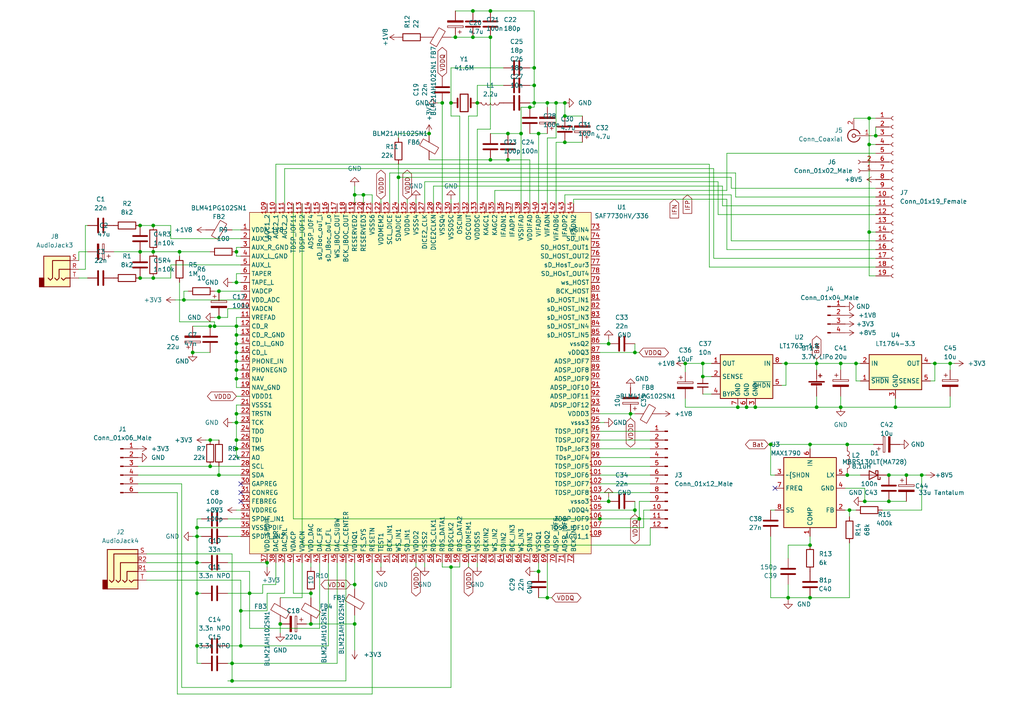
<source format=kicad_sch>
(kicad_sch (version 20211123) (generator eeschema)
  (paper "A4")
  (lib_symbols
    (symbol "Connector:AudioJack3"
      (property "Reference" "J" (at 0 8.89 0))
      (property "Value" "AudioJack3" (at 0 6.35 0))
      (symbol "AudioJack3_1_1"
        (pin passive line (at 5.08 0 180) (length 2.54) (name "~") (number "R"))
        (pin passive line (at 5.08 2.54 180) (length 2.54) (name "~") (number "S"))
        (pin passive line (at 5.08 -2.54 180) (length 2.54) (name "~") (number "T"))
      )
    )
    (symbol "Connector:AudioJack4"
      (property "Reference" "J" (at 0 8.89 0))
      (property "Value" "AudioJack4" (at 0 6.35 0))
      (symbol "AudioJack4_1_1"
        (pin passive line (at 5.08 -2.54 180) (length 2.54) (name "~") (number "R1"))
        (pin passive line (at 5.08 0 180) (length 2.54) (name "~") (number "R2"))
        (pin passive line (at 5.08 2.54 180) (length 2.54) (name "~") (number "S"))
        (pin passive line (at 5.08 -5.08 180) (length 2.54) (name "~") (number "T"))
      )
    )
    (symbol "Connector:Conn_01x02_Female" (pin_names (offset 1.016) hide)
      (property "Reference" "J" (at 0 2.54 0))
      (property "Value" "Conn_01x02_Female" (at 0 -5.08 0))
      (symbol "Conn_01x02_Female_1_1"
        (pin passive line (at -5.08 0 0) (length 3.81) (name "Pin_1") (number "1"))
        (pin passive line (at -5.08 -2.54 0) (length 3.81) (name "Pin_2") (number "2"))
      )
    )
    (symbol "Connector:Conn_01x04_Male" (pin_names (offset 1.016) hide)
      (property "Reference" "J" (at 0 5.08 0))
      (property "Value" "Conn_01x04_Male" (at 0 -7.62 0))
      (symbol "Conn_01x04_Male_1_1"
        (pin passive line (at 5.08 2.54 180) (length 3.81) (name "Pin_1") (number "1"))
        (pin passive line (at 5.08 0 180) (length 3.81) (name "Pin_2") (number "2"))
        (pin passive line (at 5.08 -2.54 180) (length 3.81) (name "Pin_3") (number "3"))
        (pin passive line (at 5.08 -5.08 180) (length 3.81) (name "Pin_4") (number "4"))
      )
    )
    (symbol "Connector:Conn_01x06_Male" (pin_names (offset 1.016) hide)
      (property "Reference" "J" (at 0 7.62 0))
      (property "Value" "Conn_01x06_Male" (at 0 -10.16 0))
      (symbol "Conn_01x06_Male_1_1"
        (pin passive line (at 5.08 5.08 180) (length 3.81) (name "Pin_1") (number "1"))
        (pin passive line (at 5.08 2.54 180) (length 3.81) (name "Pin_2") (number "2"))
        (pin passive line (at 5.08 0 180) (length 3.81) (name "Pin_3") (number "3"))
        (pin passive line (at 5.08 -2.54 180) (length 3.81) (name "Pin_4") (number "4"))
        (pin passive line (at 5.08 -5.08 180) (length 3.81) (name "Pin_5") (number "5"))
        (pin passive line (at 5.08 -7.62 180) (length 3.81) (name "Pin_6") (number "6"))
      )
    )
    (symbol "Connector:Conn_01x12_Male" (pin_names (offset 1.016) hide)
      (property "Reference" "J" (at 0 15.24 0))
      (property "Value" "Conn_01x12_Male" (at 0 -17.78 0))
      (symbol "Conn_01x12_Male_1_1"
        (pin passive line (at 5.08 12.7 180) (length 3.81) (name "Pin_1") (number "1"))
        (pin passive line (at 5.08 -10.16 180) (length 3.81) (name "Pin_10") (number "10"))
        (pin passive line (at 5.08 -12.7 180) (length 3.81) (name "Pin_11") (number "11"))
        (pin passive line (at 5.08 -15.24 180) (length 3.81) (name "Pin_12") (number "12"))
        (pin passive line (at 5.08 10.16 180) (length 3.81) (name "Pin_2") (number "2"))
        (pin passive line (at 5.08 7.62 180) (length 3.81) (name "Pin_3") (number "3"))
        (pin passive line (at 5.08 5.08 180) (length 3.81) (name "Pin_4") (number "4"))
        (pin passive line (at 5.08 2.54 180) (length 3.81) (name "Pin_5") (number "5"))
        (pin passive line (at 5.08 0 180) (length 3.81) (name "Pin_6") (number "6"))
        (pin passive line (at 5.08 -2.54 180) (length 3.81) (name "Pin_7") (number "7"))
        (pin passive line (at 5.08 -5.08 180) (length 3.81) (name "Pin_8") (number "8"))
        (pin passive line (at 5.08 -7.62 180) (length 3.81) (name "Pin_9") (number "9"))
      )
    )
    (symbol "Connector:Conn_01x19_Female" (pin_names (offset 1.016) hide)
      (property "Reference" "J" (at 0 25.4 0))
      (property "Value" "Conn_01x19_Female" (at 0 -25.4 0))
      (symbol "Conn_01x19_Female_1_1"
        (pin passive line (at -5.08 22.86 0) (length 3.81) (name "Pin_1") (number "1"))
        (pin passive line (at -5.08 0 0) (length 3.81) (name "Pin_10") (number "10"))
        (pin passive line (at -5.08 -2.54 0) (length 3.81) (name "Pin_11") (number "11"))
        (pin passive line (at -5.08 -5.08 0) (length 3.81) (name "Pin_12") (number "12"))
        (pin passive line (at -5.08 -7.62 0) (length 3.81) (name "Pin_13") (number "13"))
        (pin passive line (at -5.08 -10.16 0) (length 3.81) (name "Pin_14") (number "14"))
        (pin passive line (at -5.08 -12.7 0) (length 3.81) (name "Pin_15") (number "15"))
        (pin passive line (at -5.08 -15.24 0) (length 3.81) (name "Pin_16") (number "16"))
        (pin passive line (at -5.08 -17.78 0) (length 3.81) (name "Pin_17") (number "17"))
        (pin passive line (at -5.08 -20.32 0) (length 3.81) (name "Pin_18") (number "18"))
        (pin passive line (at -5.08 -22.86 0) (length 3.81) (name "Pin_19") (number "19"))
        (pin passive line (at -5.08 20.32 0) (length 3.81) (name "Pin_2") (number "2"))
        (pin passive line (at -5.08 17.78 0) (length 3.81) (name "Pin_3") (number "3"))
        (pin passive line (at -5.08 15.24 0) (length 3.81) (name "Pin_4") (number "4"))
        (pin passive line (at -5.08 12.7 0) (length 3.81) (name "Pin_5") (number "5"))
        (pin passive line (at -5.08 10.16 0) (length 3.81) (name "Pin_6") (number "6"))
        (pin passive line (at -5.08 7.62 0) (length 3.81) (name "Pin_7") (number "7"))
        (pin passive line (at -5.08 5.08 0) (length 3.81) (name "Pin_8") (number "8"))
        (pin passive line (at -5.08 2.54 0) (length 3.81) (name "Pin_9") (number "9"))
      )
    )
    (symbol "Connector:Conn_Coaxial" (pin_names (offset 1.016) hide)
      (property "Reference" "J" (at 0.254 3.048 0))
      (property "Value" "Conn_Coaxial" (at 2.921 0 90))
      (symbol "Conn_Coaxial_1_1"
        (pin passive line (at -5.08 0 0) (length 2.54) (name "In") (number "1"))
        (pin passive line (at 0 -5.08 90) (length 2.54) (name "Ext") (number "2"))
      )
    )
    (symbol "Converter_DCDC:MAX1790"
      (property "Reference" "U" (at -13.97 1.27 0))
      (property "Value" "MAX1790" (at -13.97 -1.27 0))
      (symbol "MAX1790_0_0"
        (pin passive line (at -1.27 -24.13 90) (length 2.54) (name "COMP") (number "1"))
        (pin input line (at 8.89 -16.51 180) (length 2.54) (name "FB") (number "2"))
        (pin input line (at -11.43 -6.35 0) (length 2.54) (name "~{SHDN") (number "3"))
        (pin power_in line (at 8.89 -10.16 180) (length 2.54) (name "GND") (number "4"))
        (pin power_out line (at 8.89 -6.35 180) (length 2.54) (name "LX") (number "5"))
        (pin power_in line (at -1.27 1.27 270) (length 2.54) (name "IN") (number "6"))
        (pin input line (at -11.43 -10.16 0) (length 2.54) (name "FREQ") (number "7"))
        (pin input line (at -11.43 -16.51 0) (length 2.54) (name "SS") (number "8"))
      )
    )
    (symbol "Device:Battery_Cell" (pin_numbers hide) (pin_names (offset 0) hide)
      (property "Reference" "BT" (at 2.54 2.54 0))
      (property "Value" "Battery_Cell" (at 2.54 0 0))
      (symbol "Battery_Cell_1_1"
        (pin passive line (at 0 5.08 270) (length 2.54) (name "+") (number "1"))
        (pin passive line (at 0 -2.54 90) (length 2.54) (name "-") (number "2"))
      )
    )
    (symbol "Device:C" (pin_numbers hide) (pin_names (offset 0.254))
      (property "Reference" "C" (at 0.635 2.54 0))
      (property "Value" "C" (at 0.635 -2.54 0))
      (symbol "C_1_1"
        (pin passive line (at 0 3.81 270) (length 2.794) (name "~") (number "1"))
        (pin passive line (at 0 -3.81 90) (length 2.794) (name "~") (number "2"))
      )
    )
    (symbol "Device:C_Polarized" (pin_numbers hide) (pin_names (offset 0.254))
      (property "Reference" "C" (at 0.635 2.54 0))
      (property "Value" "C_Polarized" (at 0.635 -2.54 0))
      (symbol "C_Polarized_1_1"
        (pin passive line (at 0 3.81 270) (length 2.794) (name "~") (number "1"))
        (pin passive line (at 0 -3.81 90) (length 2.794) (name "~") (number "2"))
      )
    )
    (symbol "Device:C_Small" (pin_numbers hide) (pin_names (offset 0.254) hide)
      (property "Reference" "C" (at 0.254 1.778 0))
      (property "Value" "C_Small" (at 0.254 -2.032 0))
      (symbol "C_Small_1_1"
        (pin passive line (at 0 2.54 270) (length 2.032) (name "~") (number "1"))
        (pin passive line (at 0 -2.54 90) (length 2.032) (name "~") (number "2"))
      )
    )
    (symbol "Device:Crystal" (pin_numbers hide) (pin_names (offset 1.016) hide)
      (property "Reference" "Y" (at 0 3.81 0))
      (property "Value" "Crystal" (at 0 -3.81 0))
      (symbol "Crystal_1_1"
        (pin passive line (at -3.81 0 0) (length 1.27) (name "1") (number "1"))
        (pin passive line (at 3.81 0 180) (length 1.27) (name "2") (number "2"))
      )
    )
    (symbol "Device:D_Schottky" (pin_numbers hide) (pin_names (offset 1.016) hide)
      (property "Reference" "D" (at 0 2.54 0))
      (property "Value" "D_Schottky" (at 0 -2.54 0))
      (symbol "D_Schottky_1_1"
        (pin passive line (at -3.81 0 0) (length 2.54) (name "K") (number "1"))
        (pin passive line (at 3.81 0 180) (length 2.54) (name "A") (number "2"))
      )
    )
    (symbol "Device:FerriteBead" (pin_numbers hide) (pin_names (offset 0))
      (property "Reference" "FB" (at -3.81 0.635 90))
      (property "Value" "FerriteBead" (at 3.81 0 90))
      (symbol "FerriteBead_1_1"
        (pin passive line (at 0 3.81 270) (length 2.54) (name "~") (number "1"))
        (pin passive line (at 0 -3.81 90) (length 2.54) (name "~") (number "2"))
      )
    )
    (symbol "Device:L" (pin_numbers hide) (pin_names (offset 1.016) hide)
      (property "Reference" "L" (at -1.27 0 90))
      (property "Value" "L" (at 1.905 0 90))
      (symbol "L_1_1"
        (pin passive line (at 0 3.81 270) (length 1.27) (name "1") (number "1"))
        (pin passive line (at 0 -3.81 90) (length 1.27) (name "2") (number "2"))
      )
    )
    (symbol "Device:R" (pin_numbers hide) (pin_names (offset 0))
      (property "Reference" "R" (at 2.032 0 90))
      (property "Value" "R" (at 0 0 90))
      (symbol "R_1_1"
        (pin passive line (at 0 3.81 270) (length 1.27) (name "~") (number "1"))
        (pin passive line (at 0 -3.81 90) (length 1.27) (name "~") (number "2"))
      )
    )
    (symbol "NXP_Radio:SAF7730HV{slash}336"
      (property "Reference" "U1" (at 109.22 1.4988 0))
      (property "Value" "SAF7730HV/336" (at 109.22 -1.0412 0))
      (symbol "SAF7730HV{slash}336_0_0"
        (pin power_in line (at -1.27 -5.08 0) (length 2.54) (name "VDDA_1V8") (number "1"))
        (pin unspecified line (at -1.27 -27.94 0) (length 2.54) (name "VADCN") (number "10"))
        (pin unspecified line (at 102.87 -73.66 180) (length 2.54) (name "TDSP_IOF5") (number "100"))
        (pin unspecified line (at 102.87 -76.2 180) (length 2.54) (name "TDSP_IOF6") (number "101"))
        (pin unspecified line (at 102.87 -78.74 180) (length 2.54) (name "TDSP_IOF7") (number "102"))
        (pin unspecified line (at 102.87 -81.28 180) (length 2.54) (name "TDSP_IOF8") (number "103"))
        (pin unspecified line (at 102.87 -83.82 180) (length 2.54) (name "vsso3") (number "104"))
        (pin unspecified line (at 102.87 -86.36 180) (length 2.54) (name "vDDQ4") (number "105"))
        (pin unspecified line (at 102.87 -88.9 180) (length 2.54) (name "TDSP_IOF9") (number "106"))
        (pin unspecified line (at 102.87 -91.44 180) (length 2.54) (name "TDSP_IOF10") (number "107"))
        (pin unspecified line (at 102.87 -93.98 180) (length 2.54) (name "AGC1_1") (number "108"))
        (pin unspecified line (at 6.35 2.54 270) (length 2.54) (name "AGC1_2") (number "109"))
        (pin unspecified line (at -1.27 -30.48 0) (length 2.54) (name "VREFAD") (number "11"))
        (pin unspecified line (at 8.89 2.54 270) (length 2.54) (name "AGC2_1") (number "110"))
        (pin unspecified line (at 11.43 2.54 270) (length 2.54) (name "AGC2_2") (number "111"))
        (pin unspecified line (at 13.97 2.54 270) (length 2.54) (name "TDSP_IOF11") (number "112"))
        (pin unspecified line (at 16.51 2.54 270) (length 2.54) (name "TDSP_IOF12") (number "113"))
        (pin unspecified line (at 19.05 2.54 270) (length 2.54) (name "ADSP_IOF4") (number "114"))
        (pin unspecified line (at 21.59 2.54 270) (length 2.54) (name "sD_IBoc_ouT_l") (number "115"))
        (pin unspecified line (at 24.13 2.54 270) (length 2.54) (name "sD_IBoc_ouT_o") (number "116"))
        (pin unspecified line (at 26.67 2.54 270) (length 2.54) (name "WS_IBOC_OUT") (number "117"))
        (pin unspecified line (at 29.21 2.54 270) (length 2.54) (name "BCK_IBOC_OUT") (number "118"))
        (pin no_connect line (at 31.75 2.54 270) (length 2.54) (name "RESERVED2") (number "119"))
        (pin unspecified line (at -1.27 -33.02 0) (length 2.54) (name "CD_R") (number "12"))
        (pin no_connect line (at 34.29 2.54 270) (length 2.54) (name "RESERVED3") (number "120"))
        (pin unspecified line (at 36.83 2.54 270) (length 2.54) (name "VSSS6") (number "121"))
        (pin unspecified line (at 39.37 2.54 270) (length 2.54) (name "VDDMEM2") (number "122"))
        (pin unspecified line (at 41.91 2.54 270) (length 2.54) (name "SCL_DICE") (number "123"))
        (pin unspecified line (at 44.45 2.54 270) (length 2.54) (name "SDADICE") (number "124"))
        (pin unspecified line (at 46.99 2.54 270) (length 2.54) (name "VDDD4") (number "125"))
        (pin unspecified line (at 49.53 2.54 270) (length 2.54) (name "VSSS4") (number "126"))
        (pin unspecified line (at 52.07 2.54 270) (length 2.54) (name "DICE2_CLK") (number "127"))
        (pin unspecified line (at 54.61 2.54 270) (length 2.54) (name "DICE2CLKN") (number "128"))
        (pin unspecified line (at 57.15 2.54 270) (length 2.54) (name "VSSQ4") (number "129"))
        (pin unspecified line (at -1.27 -35.56 0) (length 2.54) (name "CD_R_GND") (number "13"))
        (pin unspecified line (at 59.69 2.54 270) (length 2.54) (name "VSSOSC") (number "130"))
        (pin unspecified line (at 62.23 2.54 270) (length 2.54) (name "OSCIN") (number "131"))
        (pin unspecified line (at 64.77 2.54 270) (length 2.54) (name "OSCOUT") (number "132"))
        (pin unspecified line (at 67.31 2.54 270) (length 2.54) (name "VDDOSC") (number "133"))
        (pin unspecified line (at 69.85 2.54 270) (length 2.54) (name "KAGC1") (number "134"))
        (pin unspecified line (at 72.39 2.54 270) (length 2.54) (name "KAGC2") (number "135"))
        (pin unspecified line (at 74.93 2.54 270) (length 2.54) (name "IFADN1") (number "136"))
        (pin unspecified line (at 77.47 2.54 270) (length 2.54) (name "IFADP1") (number "137"))
        (pin unspecified line (at 80.01 2.54 270) (length 2.54) (name "VSSIFAD") (number "138"))
        (pin unspecified line (at 82.55 2.54 270) (length 2.54) (name "VDDIFAD") (number "139"))
        (pin unspecified line (at -1.27 -38.1 0) (length 2.54) (name "CD_L_GND") (number "14"))
        (pin unspecified line (at 85.09 2.54 270) (length 2.54) (name "VIFADP") (number "140"))
        (pin unspecified line (at 87.63 2.54 270) (length 2.54) (name "VIFADN") (number "141"))
        (pin unspecified line (at 90.17 2.54 270) (length 2.54) (name "VIFADBG") (number "142"))
        (pin unspecified line (at 92.71 2.54 270) (length 2.54) (name "IFADP2") (number "143"))
        (pin unspecified line (at 95.25 2.54 270) (length 2.54) (name "IFADN2") (number "144"))
        (pin unspecified line (at -1.27 -40.64 0) (length 2.54) (name "CD_L") (number "15"))
        (pin unspecified line (at -1.27 -43.18 0) (length 2.54) (name "PHONE_IN") (number "16"))
        (pin unspecified line (at -1.27 -45.72 0) (length 2.54) (name "PHONEGND") (number "17"))
        (pin unspecified line (at -1.27 -48.26 0) (length 2.54) (name "NAV") (number "18"))
        (pin unspecified line (at -1.27 -50.8 0) (length 2.54) (name "NAV_GND") (number "19"))
        (pin unspecified line (at -1.27 -7.62 0) (length 2.54) (name "AUX_R") (number "2"))
        (pin unspecified line (at -1.27 -53.34 0) (length 2.54) (name "VDDD1") (number "20"))
        (pin unspecified line (at -1.27 -55.88 0) (length 2.54) (name "VSSS1") (number "21"))
        (pin unspecified line (at -1.27 -58.42 0) (length 2.54) (name "TRSTN") (number "22"))
        (pin unspecified line (at -1.27 -60.96 0) (length 2.54) (name "TCK") (number "23"))
        (pin unspecified line (at -1.27 -63.5 0) (length 2.54) (name "TDO") (number "24"))
        (pin unspecified line (at -1.27 -66.04 0) (length 2.54) (name "TDI") (number "25"))
        (pin unspecified line (at -1.27 -68.58 0) (length 2.54) (name "TMS") (number "26"))
        (pin unspecified line (at -1.27 -71.12 0) (length 2.54) (name "AO") (number "27"))
        (pin unspecified line (at -1.27 -73.66 0) (length 2.54) (name "SCL") (number "28"))
        (pin unspecified line (at -1.27 -76.2 0) (length 2.54) (name "SDA") (number "29"))
        (pin power_in line (at -1.27 -10.16 0) (length 2.54) (name "AUX_R_GND") (number "3"))
        (pin unspecified line (at -1.27 -78.74 0) (length 2.54) (name "GAPREG") (number "30"))
        (pin unspecified line (at -1.27 -81.28 0) (length 2.54) (name "CONREG") (number "31"))
        (pin unspecified line (at -1.27 -83.82 0) (length 2.54) (name "FEBREG") (number "32"))
        (pin unspecified line (at -1.27 -86.36 0) (length 2.54) (name "VDDREG") (number "33"))
        (pin unspecified line (at -1.27 -88.9 0) (length 2.54) (name "SPDIF_IN1") (number "34"))
        (pin unspecified line (at -1.27 -91.44 0) (length 2.54) (name "VSSSPDIF") (number "35"))
        (pin unspecified line (at -1.27 -93.98 0) (length 2.54) (name "SPDIF_IN2") (number "36"))
        (pin unspecified line (at 6.35 -101.6 90) (length 2.54) (name "VDD_SPDIF") (number "37"))
        (pin unspecified line (at 8.89 -101.6 90) (length 2.54) (name "DACRR") (number "38"))
        (pin unspecified line (at 11.43 -101.6 90) (length 2.54) (name "DAC_RL") (number "39"))
        (pin power_in line (at -1.27 -12.7 0) (length 2.54) (name "AUX_L_GND") (number "4"))
        (pin unspecified line (at 13.97 -101.6 90) (length 2.54) (name "VDACP") (number "40"))
        (pin unspecified line (at 16.51 -101.6 90) (length 2.54) (name "VDACN") (number "41"))
        (pin unspecified line (at 19.05 -101.6 90) (length 2.54) (name "VDD_DAC") (number "42"))
        (pin unspecified line (at 21.59 -101.6 90) (length 2.54) (name "DAC_FR") (number "43"))
        (pin unspecified line (at 24.13 -101.6 90) (length 2.54) (name "DAC_FL") (number "44"))
        (pin unspecified line (at 26.67 -101.6 90) (length 2.54) (name "DAC_SUBW") (number "45"))
        (pin unspecified line (at 29.21 -101.6 90) (length 2.54) (name "DAC_CENTER") (number "46"))
        (pin unspecified line (at 31.75 -101.6 90) (length 2.54) (name "VDDQ1") (number "47"))
        (pin unspecified line (at 34.29 -101.6 90) (length 2.54) (name "FS_SYS") (number "48"))
        (pin unspecified line (at 36.83 -101.6 90) (length 2.54) (name "RESETN") (number "49"))
        (pin unspecified line (at -1.27 -15.24 0) (length 2.54) (name "AUX_L") (number "5"))
        (pin unspecified line (at 39.37 -101.6 90) (length 2.54) (name "TEST1") (number "50"))
        (pin unspecified line (at 41.91 -101.6 90) (length 2.54) (name "BCK_IN1") (number "51"))
        (pin unspecified line (at 44.45 -101.6 90) (length 2.54) (name "WS_IN1") (number "52"))
        (pin unspecified line (at 46.99 -101.6 90) (length 2.54) (name "SD_IN1") (number "53"))
        (pin unspecified line (at 49.53 -101.6 90) (length 2.54) (name "VDDD2") (number "54"))
        (pin unspecified line (at 52.07 -101.6 90) (length 2.54) (name "VSSS2") (number "55"))
        (pin unspecified line (at 54.61 -101.6 90) (length 2.54) (name "RDS_CLK1") (number "56"))
        (pin unspecified line (at 57.15 -101.6 90) (length 2.54) (name "RDS_DATA1") (number "57"))
        (pin unspecified line (at 59.69 -101.6 90) (length 2.54) (name "RDSCLK2") (number "58"))
        (pin unspecified line (at 62.23 -101.6 90) (length 2.54) (name "RDS_DATA2") (number "59"))
        (pin unspecified line (at -1.27 -17.78 0) (length 2.54) (name "TAPER") (number "6"))
        (pin unspecified line (at 64.77 -101.6 90) (length 2.54) (name "VDDMEM1") (number "60"))
        (pin unspecified line (at 67.31 -101.6 90) (length 2.54) (name "VSSS5") (number "61"))
        (pin unspecified line (at 69.85 -101.6 90) (length 2.54) (name "BCKIN2") (number "62"))
        (pin unspecified line (at 72.39 -101.6 90) (length 2.54) (name "WS_IN2") (number "63"))
        (pin unspecified line (at 74.93 -101.6 90) (length 2.54) (name "SDIN2") (number "64"))
        (pin unspecified line (at 77.47 -101.6 90) (length 2.54) (name "BCK_IN3") (number "65"))
        (pin unspecified line (at 80.01 -101.6 90) (length 2.54) (name "WS_IN3") (number "66"))
        (pin unspecified line (at 82.55 -101.6 90) (length 2.54) (name "SDIN3") (number "67"))
        (pin unspecified line (at 85.09 -101.6 90) (length 2.54) (name "VSSQ1") (number "68"))
        (pin unspecified line (at 87.63 -101.6 90) (length 2.54) (name "VDDQ2") (number "69"))
        (pin unspecified line (at -1.27 -20.32 0) (length 2.54) (name "TAPE_L") (number "7"))
        (pin unspecified line (at 90.17 -101.6 90) (length 2.54) (name "ADSP_IOF5") (number "70"))
        (pin unspecified line (at 92.71 -101.6 90) (length 2.54) (name "ADSP_IOF6") (number "71"))
        (pin unspecified line (at 95.25 -101.6 90) (length 2.54) (name "BCK_IN4") (number "72"))
        (pin unspecified line (at 102.87 -5.08 180) (length 2.54) (name "WSIN4") (number "73"))
        (pin unspecified line (at 102.87 -7.62 180) (length 2.54) (name "SD_IN4") (number "74"))
        (pin unspecified line (at 102.87 -10.16 180) (length 2.54) (name "SD_HOST_OUT1") (number "75"))
        (pin unspecified line (at 102.87 -12.7 180) (length 2.54) (name "SD_HOST_OUT2") (number "76"))
        (pin unspecified line (at 102.87 -15.24 180) (length 2.54) (name "sD_HosT_our3") (number "77"))
        (pin unspecified line (at 102.87 -17.78 180) (length 2.54) (name "SD_HOsT_OUT4") (number "78"))
        (pin unspecified line (at 102.87 -20.32 180) (length 2.54) (name "ws_HOST") (number "79"))
        (pin unspecified line (at -1.27 -22.86 0) (length 2.54) (name "VADCP") (number "8"))
        (pin unspecified line (at 102.87 -22.86 180) (length 2.54) (name "BCK_HOST") (number "80"))
        (pin unspecified line (at 102.87 -25.4 180) (length 2.54) (name "sD_HOST_IN1") (number "81"))
        (pin unspecified line (at 102.87 -27.94 180) (length 2.54) (name "sD_HOST_IN2") (number "82"))
        (pin unspecified line (at 102.87 -30.48 180) (length 2.54) (name "sD_HOST_IN3") (number "83"))
        (pin unspecified line (at 102.87 -33.02 180) (length 2.54) (name "sD_HOST_IN4") (number "84"))
        (pin unspecified line (at 102.87 -35.56 180) (length 2.54) (name "sD_HOST_IN5") (number "85"))
        (pin unspecified line (at 102.87 -38.1 180) (length 2.54) (name "vssQ2") (number "86"))
        (pin unspecified line (at 102.87 -40.64 180) (length 2.54) (name "vDDQ3") (number "87"))
        (pin unspecified line (at 102.87 -43.18 180) (length 2.54) (name "ADSP_IOF7") (number "88"))
        (pin unspecified line (at 102.87 -45.72 180) (length 2.54) (name "ADSP_IOF8") (number "89"))
        (pin unspecified line (at -1.27 -25.4 0) (length 2.54) (name "VDD_ADC") (number "9"))
        (pin unspecified line (at 102.87 -48.26 180) (length 2.54) (name "ADSP_IOF9") (number "90"))
        (pin unspecified line (at 102.87 -50.8 180) (length 2.54) (name "ADSP_IOF10") (number "91"))
        (pin unspecified line (at 102.87 -53.34 180) (length 2.54) (name "ADSP_IOF11") (number "92"))
        (pin unspecified line (at 102.87 -55.88 180) (length 2.54) (name "ADSP_IOF12") (number "93"))
        (pin unspecified line (at 102.87 -58.42 180) (length 2.54) (name "VDDD3") (number "94"))
        (pin unspecified line (at 102.87 -60.96 180) (length 2.54) (name "vsss3") (number "95"))
        (pin unspecified line (at 102.87 -63.5 180) (length 2.54) (name "TDSP_IOF1") (number "96"))
        (pin unspecified line (at 102.87 -66.04 180) (length 2.54) (name "TDSP_IOF2") (number "97"))
        (pin unspecified line (at 102.87 -68.58 180) (length 2.54) (name "TDsP_IoF3") (number "98"))
        (pin unspecified line (at 102.87 -71.12 180) (length 2.54) (name "TDsP_IOF4") (number "99"))
      )
    )
    (symbol "Regulator_Linear:LT1763-1.8"
      (property "Reference" "U2" (at -7.62 3.81 0))
      (property "Value" "LT1763-1.8" (at -7.62 1.27 0))
      (symbol "LT1763-1.8_0_0"
        (pin power_out line (at 17.78 -3.81 180) (length 2.54) (name "OUT") (number "1"))
        (pin input line (at 17.78 -7.62 180) (length 2.54) (name "SENSE") (number "2"))
        (pin power_in line (at 5.08 -16.51 90) (length 2.54) (name "GND") (number "3"))
        (pin passive line (at 17.78 -12.7 180) (length 2.54) (name "BYP") (number "4"))
        (pin input line (at -2.54 -10.16 0) (length 2.54) (name "~{SHDN}") (number "5"))
        (pin power_in line (at 7.62 -16.51 90) (length 2.54) (name "GND") (number "6"))
        (pin power_in line (at 10.16 -16.51 90) (length 2.54) (name "GND") (number "7"))
        (pin power_in line (at -2.54 -3.81 0) (length 2.54) (name "IN") (number "8"))
      )
    )
    (symbol "Regulator_Linear:LT1764-3.3" (in_bom no) (on_board no)
      (property "Reference" "U" (at -8.89 0 0))
      (property "Value" "LT1764-3.3" (at 0 0 0))
      (symbol "LT1764-3.3_0_0"
        (pin input line (at -12.7 -8.89 0) (length 2.54) (name "~{SHDN}") (number "1"))
        (pin power_in line (at -12.7 -3.81 0) (length 2.54) (name "IN") (number "2"))
        (pin power_in line (at -2.54 -13.97 90) (length 2.54) (name "GND") (number "3"))
        (pin power_out line (at 7.62 -3.81 180) (length 2.54) (name "OUT") (number "4"))
        (pin input line (at 7.62 -8.89 180) (length 2.54) (name "SENSE") (number "5"))
      )
    )
    (symbol "power:+1V8" (power) (pin_names (offset 0))
      (property "Value" "+1V8" (at 0 3.556 0))
      (symbol "+1V8_1_1"
        (pin power_in line (at 0 0 90) (length 0) hide (name "+1V8") (number "1"))
      )
    )
    (symbol "power:+3.3V" (power) (pin_names (offset 0))
      (property "Value" "+3.3V" (at 0 3.556 0))
      (symbol "+3.3V_1_1"
        (pin power_in line (at 0 0 90) (length 0) hide (name "+3V3") (number "1"))
      )
    )
    (symbol "power:+8V5" (power) (in_bom no) (on_board no)
      (property "Value" "+8V5" (at 0 0 0))
      (symbol "+8V5_0_0"
        (pin power_in line (at 1.27 -6.35 90) (length 2.54) hide (name "+8V5") (number "1"))
      )
    )
    (symbol "power:GND" (power) (pin_names (offset 0))
      (property "Value" "GND" (at 0 -3.81 0))
      (symbol "GND_1_1"
        (pin power_in line (at 0 0 270) (length 0) hide (name "GND") (number "1"))
      )
    )
  )
  (junction (at 40.64 80.645))
  (junction (at 245.745 137.795))
  (junction (at 147.32 46.355))
  (junction (at 203.835 105.41))
  (junction (at 57.15 187.325))
  (junction (at 142.24 10.795))
  (junction (at 156.21 38.735))
  (junction (at 158.75 173.355))
  (junction (at 138.43 29.845))
  (junction (at 257.81 137.795))
  (junction (at 259.715 118.11))
  (junction (at 68.58 104.775))
  (junction (at 151.13 38.735))
  (junction (at 77.47 163.195))
  (junction (at 257.81 145.415))
  (junction (at 68.58 109.855))
  (junction (at 219.075 118.11))
  (junction (at 60.96 127.635))
  (junction (at 203.835 109.22))
  (junction (at 68.58 102.235))
  (junction (at 213.995 118.11))
  (junction (at 52.07 73.025))
  (junction (at 130.81 164.465))
  (junction (at 236.855 105.41))
  (junction (at 142.24 3.175))
  (junction (at 137.16 3.175))
  (junction (at 223.52 128.905))
  (junction (at 57.15 153.035))
  (junction (at 40.64 65.405))
  (junction (at 156.21 165.735))
  (junction (at 227.965 105.41))
  (junction (at 176.53 145.415))
  (junction (at 44.45 80.645))
  (junction (at 60.96 135.255))
  (junction (at 62.23 94.615))
  (junction (at 137.16 10.795))
  (junction (at 72.39 172.085))
  (junction (at 57.15 172.085))
  (junction (at 234.95 128.905))
  (junction (at 67.31 197.485))
  (junction (at 185.42 150.495))
  (junction (at 63.5 92.075))
  (junction (at 68.58 120.015))
  (junction (at 68.58 99.695))
  (junction (at 184.15 147.955))
  (junction (at 154.94 29.845))
  (junction (at 68.58 97.155))
  (junction (at 90.17 172.085))
  (junction (at 68.58 94.615))
  (junction (at 245.745 128.905))
  (junction (at 40.64 73.025))
  (junction (at 161.29 29.845))
  (junction (at 105.41 56.515))
  (junction (at 254 39.37))
  (junction (at 252.095 34.29))
  (junction (at 216.535 118.11))
  (junction (at 69.85 187.325))
  (junction (at 68.58 127.635))
  (junction (at 147.32 38.735))
  (junction (at 68.58 81.915))
  (junction (at 124.46 38.735))
  (junction (at 63.5 84.455))
  (junction (at 236.855 118.11))
  (junction (at 68.58 130.175))
  (junction (at 182.88 120.015))
  (junction (at 130.81 29.845))
  (junction (at 271.145 105.41))
  (junction (at 252.095 67.31))
  (junction (at 173.99 150.495))
  (junction (at 142.24 46.355))
  (junction (at 176.53 99.695))
  (junction (at 184.15 102.235))
  (junction (at 132.08 10.795))
  (junction (at 55.88 102.235))
  (junction (at 68.58 107.315))
  (junction (at 69.85 177.165))
  (junction (at 154.94 24.765))
  (junction (at 243.84 105.41))
  (junction (at 163.83 41.275))
  (junction (at 163.83 29.845))
  (junction (at 267.335 137.795))
  (junction (at 246.38 147.955))
  (junction (at 53.34 86.995))
  (junction (at 262.89 137.795))
  (junction (at 128.27 29.845))
  (junction (at 57.15 163.195))
  (junction (at 198.755 105.41))
  (junction (at 243.84 118.11))
  (junction (at 44.45 65.405))
  (junction (at 158.75 29.845))
  (junction (at 228.6 173.355))
  (junction (at 234.95 158.115))
  (junction (at 250.825 145.415))
  (junction (at 154.94 19.685))
  (junction (at 68.58 73.025))
  (junction (at 81.28 180.975))
  (junction (at 60.96 94.615))
  (junction (at 57.15 155.575))
  (junction (at 102.87 180.975))
  (junction (at 63.5 137.795))
  (junction (at 115.57 51.435))
  (junction (at 102.87 169.545))
  (junction (at 102.87 56.515))
  (junction (at 163.83 33.655))
  (junction (at 68.58 122.555))
  (junction (at 44.45 73.025))
  (junction (at 252.095 41.91))
  (junction (at 248.285 105.41))
  (junction (at 275.59 105.41))
  (junction (at 67.31 192.405))
  (junction (at 234.95 173.355))
  (junction (at 90.17 180.975))
  (junction (at 153.67 31.115))
  (no_connect (at 224.79 141.605))
  (no_connect (at 69.85 142.875))
  (no_connect (at 69.85 145.415))
  (no_connect (at 69.85 140.335))
  (wire (pts (xy 57.15 172.085) (xy 58.42 172.085)))
  (wire (pts (xy 52.07 73.025) (xy 52.07 74.295)))
  (wire (pts (xy 154.94 165.735) (xy 156.21 165.735)))
  (wire (pts (xy 120.65 57.785) (xy 120.65 59.055)))
  (wire (pts (xy 135.89 33.655) (xy 135.89 59.055)))
  (wire (pts (xy 252.095 67.31) (xy 254 67.31)))
  (wire (pts (xy 203.835 109.22) (xy 203.835 105.41)))
  (wire (pts (xy 151.13 31.115) (xy 153.67 31.115)))
  (wire (pts (xy 246.38 147.955) (xy 248.285 147.955)))
  (wire (pts (xy 147.32 38.735) (xy 151.13 38.735)))
  (wire (pts (xy 247.65 34.29) (xy 252.095 34.29)))
  (wire (pts (xy 188.595 158.115) (xy 188.595 153.035)))
  (wire (pts (xy 138.43 163.195) (xy 138.43 164.465)))
  (wire (pts (xy 161.29 41.275) (xy 163.83 41.275)))
  (wire (pts (xy 69.85 71.755) (xy 68.58 71.755)))
  (wire (pts (xy 249.555 110.49) (xy 248.285 110.49)))
  (wire (pts (xy 173.99 127.635) (xy 188.595 127.635)))
  (wire (pts (xy 113.03 50.165) (xy 213.36 50.165)))
  (wire (pts (xy 135.89 33.655) (xy 138.43 33.655)))
  (wire (pts (xy 153.67 38.735) (xy 156.21 38.735)))
  (wire (pts (xy 275.59 118.11) (xy 259.715 118.11)))
  (wire (pts (xy 151.13 31.115) (xy 151.13 38.735)))
  (wire (pts (xy 40.64 65.405) (xy 44.45 65.405)))
  (wire (pts (xy 154.94 24.765) (xy 154.94 29.845)))
  (wire (pts (xy 24.765 65.405) (xy 24.765 78.105)))
  (wire (pts (xy 138.43 24.765) (xy 138.43 29.845)))
  (wire (pts (xy 67.31 122.555) (xy 68.58 122.555)))
  (wire (pts (xy 51.435 201.295) (xy 51.435 142.875)))
  (wire (pts (xy 184.15 147.955) (xy 184.15 149.225)))
  (wire (pts (xy 130.81 10.795) (xy 132.08 10.795)))
  (wire (pts (xy 82.55 48.895) (xy 82.55 59.055)))
  (wire (pts (xy 68.58 71.755) (xy 68.58 73.025)))
  (wire (pts (xy 158.75 29.845) (xy 161.29 29.845)))
  (wire (pts (xy 245.745 137.16) (xy 245.745 137.795)))
  (wire (pts (xy 115.57 47.625) (xy 115.57 51.435)))
  (wire (pts (xy 68.58 132.715) (xy 68.58 130.175)))
  (wire (pts (xy 118.11 57.785) (xy 118.11 59.055)))
  (wire (pts (xy 62.23 94.615) (xy 60.96 94.615)))
  (wire (pts (xy 248.285 110.49) (xy 248.285 105.41)))
  (wire (pts (xy 42.545 163.195) (xy 57.15 163.195)))
  (wire (pts (xy 107.95 201.295) (xy 51.435 201.295)))
  (wire (pts (xy 68.58 122.555) (xy 68.58 127.635)))
  (wire (pts (xy 113.03 59.055) (xy 113.03 50.165)))
  (wire (pts (xy 77.47 177.165) (xy 77.47 172.085)))
  (wire (pts (xy 267.335 137.795) (xy 262.89 137.795)))
  (wire (pts (xy 254 77.47) (xy 205.74 77.47)))
  (wire (pts (xy 137.16 10.795) (xy 142.24 10.795)))
  (wire (pts (xy 57.15 187.325) (xy 58.42 187.325)))
  (wire (pts (xy 57.15 153.035) (xy 57.15 155.575)))
  (wire (pts (xy 87.63 173.355) (xy 87.63 163.195)))
  (wire (pts (xy 49.53 80.645) (xy 44.45 80.645)))
  (wire (pts (xy 76.2 169.545) (xy 80.01 169.545)))
  (wire (pts (xy 67.31 66.675) (xy 69.85 66.675)))
  (wire (pts (xy 166.37 57.785) (xy 210.82 57.785)))
  (wire (pts (xy 158.75 59.055) (xy 158.75 40.005)))
  (wire (pts (xy 125.73 59.055) (xy 125.73 53.975)))
  (wire (pts (xy 254 69.85) (xy 212.09 69.85)))
  (wire (pts (xy 67.31 192.405) (xy 66.04 192.405)))
  (wire (pts (xy 68.58 147.955) (xy 69.85 147.955)))
  (wire (pts (xy 60.96 135.255) (xy 69.85 135.255)))
  (wire (pts (xy 153.67 19.685) (xy 154.94 19.685)))
  (wire (pts (xy 69.85 74.295) (xy 68.58 74.295)))
  (wire (pts (xy 76.2 172.085) (xy 72.39 172.085)))
  (wire (pts (xy 154.94 29.845) (xy 158.75 29.845)))
  (wire (pts (xy 236.855 105.41) (xy 243.84 105.41)))
  (wire (pts (xy 228.6 173.355) (xy 234.95 173.355)))
  (wire (pts (xy 67.31 81.915) (xy 68.58 81.915)))
  (wire (pts (xy 90.17 172.085) (xy 90.17 173.355)))
  (wire (pts (xy 158.75 163.195) (xy 158.75 173.355)))
  (wire (pts (xy 55.88 94.615) (xy 60.96 94.615)))
  (wire (pts (xy 245.745 128.905) (xy 245.745 129.54)))
  (wire (pts (xy 207.01 74.93) (xy 254 74.93)))
  (wire (pts (xy 53.34 86.995) (xy 69.85 86.995)))
  (wire (pts (xy 67.31 160.655) (xy 67.31 192.405)))
  (wire (pts (xy 250.825 145.415) (xy 250.825 141.605)))
  (wire (pts (xy 163.83 29.845) (xy 163.83 33.655)))
  (wire (pts (xy 173.99 125.095) (xy 188.595 125.095)))
  (wire (pts (xy 234.95 130.175) (xy 234.95 128.905)))
  (wire (pts (xy 66.04 150.495) (xy 69.85 150.495)))
  (wire (pts (xy 33.02 73.025) (xy 40.64 73.025)))
  (wire (pts (xy 130.81 33.655) (xy 130.81 29.845)))
  (wire (pts (xy 123.19 59.055) (xy 123.19 52.705)))
  (wire (pts (xy 138.43 33.655) (xy 138.43 29.845)))
  (wire (pts (xy 156.21 38.735) (xy 156.21 59.055)))
  (wire (pts (xy 82.55 48.895) (xy 207.01 48.895)))
  (wire (pts (xy 184.15 102.235) (xy 185.42 102.235)))
  (wire (pts (xy 210.82 72.39) (xy 254 72.39)))
  (wire (pts (xy 236.855 118.11) (xy 243.84 118.11)))
  (wire (pts (xy 124.46 46.355) (xy 142.24 46.355)))
  (wire (pts (xy 212.09 56.515) (xy 212.09 69.85)))
  (wire (pts (xy 25.4 73.025) (xy 22.86 73.025)))
  (wire (pts (xy 209.55 53.975) (xy 209.55 59.69)))
  (wire (pts (xy 173.99 99.695) (xy 176.53 99.695)))
  (wire (pts (xy 97.79 192.405) (xy 67.31 192.405)))
  (wire (pts (xy 128.27 164.465) (xy 128.27 163.195)))
  (wire (pts (xy 276.86 105.41) (xy 275.59 105.41)))
  (wire (pts (xy 110.49 57.785) (xy 110.49 59.055)))
  (wire (pts (xy 68.58 97.155) (xy 68.58 99.695)))
  (wire (pts (xy 257.175 137.795) (xy 257.81 137.795)))
  (wire (pts (xy 69.85 112.395) (xy 68.58 112.395)))
  (wire (pts (xy 72.39 172.085) (xy 72.39 182.245)))
  (wire (pts (xy 142.24 46.355) (xy 147.32 46.355)))
  (wire (pts (xy 50.8 86.995) (xy 53.34 86.995)))
  (wire (pts (xy 132.08 10.795) (xy 137.16 10.795)))
  (wire (pts (xy 133.35 163.195) (xy 133.35 164.465)))
  (wire (pts (xy 68.58 92.075) (xy 68.58 94.615)))
  (wire (pts (xy 257.81 145.415) (xy 250.825 145.415)))
  (wire (pts (xy 63.5 84.455) (xy 69.85 84.455)))
  (wire (pts (xy 259.715 118.11) (xy 243.84 118.11)))
  (wire (pts (xy 254 41.91) (xy 252.095 41.91)))
  (wire (pts (xy 52.705 140.335) (xy 52.705 199.39)))
  (wire (pts (xy 66.04 155.575) (xy 69.85 155.575)))
  (wire (pts (xy 245.745 128.905) (xy 253.365 128.905)))
  (wire (pts (xy 76.2 169.545) (xy 76.2 172.085)))
  (wire (pts (xy 133.35 164.465) (xy 130.81 164.465)))
  (wire (pts (xy 223.52 173.355) (xy 228.6 173.355)))
  (wire (pts (xy 163.83 56.515) (xy 212.09 56.515)))
  (wire (pts (xy 227.965 105.41) (xy 236.855 105.41)))
  (wire (pts (xy 63.5 92.075) (xy 66.04 92.075)))
  (wire (pts (xy 123.19 163.195) (xy 123.19 164.465)))
  (wire (pts (xy 52.07 93.345) (xy 62.23 93.345)))
  (wire (pts (xy 275.59 105.41) (xy 275.59 107.315)))
  (wire (pts (xy 186.69 153.035) (xy 186.69 147.955)))
  (wire (pts (xy 246.38 173.355) (xy 234.95 173.355)))
  (wire (pts (xy 81.28 173.355) (xy 87.63 173.355)))
  (wire (pts (xy 228.6 169.545) (xy 228.6 173.355)))
  (wire (pts (xy 51.435 142.875) (xy 40.005 142.875)))
  (wire (pts (xy 245.745 137.795) (xy 249.555 137.795)))
  (wire (pts (xy 68.58 117.475) (xy 69.85 117.475)))
  (wire (pts (xy 100.33 197.485) (xy 67.31 197.485)))
  (wire (pts (xy 267.335 147.955) (xy 267.335 137.795)))
  (wire (pts (xy 110.49 163.195) (xy 110.49 164.465)))
  (wire (pts (xy 223.52 137.795) (xy 223.52 128.905)))
  (wire (pts (xy 57.15 172.085) (xy 57.15 187.325)))
  (wire (pts (xy 154.94 3.175) (xy 154.94 19.685)))
  (wire (pts (xy 153.67 29.845) (xy 154.94 29.845)))
  (wire (pts (xy 72.39 172.085) (xy 66.04 172.085)))
  (wire (pts (xy 69.85 130.175) (xy 68.58 130.175)))
  (wire (pts (xy 275.59 114.935) (xy 275.59 118.11)))
  (wire (pts (xy 173.99 153.035) (xy 186.69 153.035)))
  (wire (pts (xy 223.52 147.955) (xy 224.79 147.955)))
  (wire (pts (xy 68.58 99.695) (xy 69.85 99.695)))
  (wire (pts (xy 153.67 59.055) (xy 153.67 46.355)))
  (wire (pts (xy 173.99 150.495) (xy 185.42 150.495)))
  (wire (pts (xy 184.15 145.415) (xy 184.15 147.955)))
  (wire (pts (xy 158.75 40.005) (xy 161.29 40.005)))
  (wire (pts (xy 243.84 107.315) (xy 243.84 105.41)))
  (wire (pts (xy 68.58 120.015) (xy 68.58 122.555)))
  (wire (pts (xy 153.67 31.115) (xy 154.94 31.115)))
  (wire (pts (xy 252.73 39.37) (xy 254 39.37)))
  (wire (pts (xy 68.58 102.235) (xy 68.58 104.775)))
  (wire (pts (xy 40.64 73.025) (xy 44.45 73.025)))
  (wire (pts (xy 173.99 122.555) (xy 175.26 122.555)))
  (wire (pts (xy 198.755 115.57) (xy 198.755 118.11)))
  (wire (pts (xy 66.04 92.075) (xy 66.04 89.535)))
  (wire (pts (xy 158.75 173.355) (xy 160.02 173.355)))
  (wire (pts (xy 57.15 192.405) (xy 58.42 192.405)))
  (wire (pts (xy 44.45 73.025) (xy 52.07 73.025)))
  (wire (pts (xy 228.6 158.115) (xy 234.95 158.115)))
  (wire (pts (xy 156.21 173.355) (xy 158.75 173.355)))
  (wire (pts (xy 182.88 120.015) (xy 182.88 121.285)))
  (wire (pts (xy 72.39 165.735) (xy 72.39 172.085)))
  (wire (pts (xy 219.075 118.11) (xy 236.855 118.11)))
  (wire (pts (xy 68.58 107.315) (xy 69.85 107.315)))
  (wire (pts (xy 252.095 41.91) (xy 252.095 67.31)))
  (wire (pts (xy 198.755 105.41) (xy 198.755 107.95)))
  (wire (pts (xy 226.695 111.76) (xy 227.965 111.76)))
  (wire (pts (xy 135.89 163.195) (xy 135.89 164.465)))
  (wire (pts (xy 259.715 115.57) (xy 259.715 118.11)))
  (wire (pts (xy 68.58 102.235) (xy 69.85 102.235)))
  (wire (pts (xy 62.23 84.455) (xy 63.5 84.455)))
  (wire (pts (xy 142.24 38.735) (xy 147.32 38.735)))
  (wire (pts (xy 125.73 53.975) (xy 209.55 53.975)))
  (wire (pts (xy 66.04 89.535) (xy 69.85 89.535)))
  (wire (pts (xy 227.965 111.76) (xy 227.965 105.41)))
  (wire (pts (xy 130.81 164.465) (xy 128.27 164.465)))
  (wire (pts (xy 252.095 41.91) (xy 252.095 34.29)))
  (wire (pts (xy 161.29 41.275) (xy 161.29 59.055)))
  (wire (pts (xy 69.85 187.325) (xy 66.04 187.325)))
  (wire (pts (xy 184.15 99.695) (xy 184.15 102.235)))
  (wire (pts (xy 173.99 102.235) (xy 184.15 102.235)))
  (wire (pts (xy 206.375 109.22) (xy 203.835 109.22)))
  (wire (pts (xy 107.95 59.055) (xy 107.95 56.515)))
  (wire (pts (xy 57.15 187.325) (xy 57.15 192.405)))
  (wire (pts (xy 85.09 150.495) (xy 173.99 150.495)))
  (wire (pts (xy 154.94 31.115) (xy 154.94 29.845)))
  (wire (pts (xy 52.07 81.915) (xy 52.07 93.345)))
  (wire (pts (xy 68.58 73.025) (xy 68.58 74.295)))
  (wire (pts (xy 49.53 69.215) (xy 49.53 65.405)))
  (wire (pts (xy 107.95 163.195) (xy 107.95 201.295)))
  (wire (pts (xy 207.01 48.895) (xy 207.01 74.93)))
  (wire (pts (xy 143.51 59.055) (xy 143.51 55.245)))
  (wire (pts (xy 97.79 163.195) (xy 97.79 192.405)))
  (wire (pts (xy 161.29 40.005) (xy 161.29 29.845)))
  (wire (pts (xy 166.37 59.055) (xy 166.37 57.785)))
  (wire (pts (xy 115.57 40.005) (xy 115.57 38.735)))
  (wire (pts (xy 205.74 77.47) (xy 205.74 47.625)))
  (wire (pts (xy 133.35 33.655) (xy 133.35 59.055)))
  (wire (pts (xy 252.095 80.01) (xy 252.095 67.31)))
  (wire (pts (xy 173.99 135.255) (xy 188.595 135.255)))
  (wire (pts (xy 88.9 180.975) (xy 90.17 180.975)))
  (wire (pts (xy 250.19 145.415) (xy 250.825 145.415)))
  (wire (pts (xy 115.57 51.435) (xy 212.09 51.435)))
  (wire (pts (xy 269.875 110.49) (xy 271.145 110.49)))
  (wire (pts (xy 115.57 59.055) (xy 115.57 51.435)))
  (wire (pts (xy 182.88 120.015) (xy 184.15 120.015)))
  (wire (pts (xy 62.23 94.615) (xy 68.58 94.615)))
  (wire (pts (xy 161.29 29.845) (xy 163.83 29.845)))
  (wire (pts (xy 100.33 163.195) (xy 100.33 197.485)))
  (wire (pts (xy 173.99 145.415) (xy 176.53 145.415)))
  (wire (pts (xy 269.875 105.41) (xy 271.145 105.41)))
  (wire (pts (xy 57.15 155.575) (xy 57.15 163.195)))
  (wire (pts (xy 185.42 145.415) (xy 185.42 150.495)))
  (wire (pts (xy 25.4 65.405) (xy 24.765 65.405)))
  (wire (pts (xy 254 36.83) (xy 254 39.37)))
  (wire (pts (xy 90.17 180.975) (xy 102.87 180.975)))
  (wire (pts (xy 40.005 135.255) (xy 60.96 135.255)))
  (wire (pts (xy 24.765 78.105) (xy 22.86 78.105)))
  (wire (pts (xy 143.51 55.245) (xy 210.82 55.245)))
  (wire (pts (xy 58.42 163.195) (xy 57.15 163.195)))
  (wire (pts (xy 262.89 145.415) (xy 257.81 145.415)))
  (wire (pts (xy 115.57 38.735) (xy 124.46 38.735)))
  (wire (pts (xy 245.11 147.955) (xy 246.38 147.955)))
  (wire (pts (xy 44.45 80.645) (xy 40.64 80.645)))
  (wire (pts (xy 80.01 163.195) (xy 80.01 169.545)))
  (wire (pts (xy 92.71 163.195) (xy 92.71 182.245)))
  (wire (pts (xy 210.82 57.785) (xy 210.82 72.39)))
  (wire (pts (xy 128.27 29.845) (xy 128.27 59.055)))
  (wire (pts (xy 69.85 177.165) (xy 69.85 187.325)))
  (wire (pts (xy 257.81 137.795) (xy 262.89 137.795)))
  (wire (pts (xy 107.95 56.515) (xy 105.41 56.515)))
  (wire (pts (xy 173.99 120.015) (xy 182.88 120.015)))
  (wire (pts (xy 69.85 177.165) (xy 77.47 177.165)))
  (wire (pts (xy 63.5 127.635) (xy 60.96 127.635)))
  (wire (pts (xy 137.16 3.175) (xy 142.24 3.175)))
  (wire (pts (xy 158.75 29.845) (xy 158.75 31.115)))
  (wire (pts (xy 223.52 137.795) (xy 224.79 137.795)))
  (wire (pts (xy 102.87 56.515) (xy 102.87 53.975)))
  (wire (pts (xy 236.855 104.14) (xy 236.855 105.41)))
  (wire (pts (xy 69.85 92.075) (xy 68.58 92.075)))
  (wire (pts (xy 69.85 120.015) (xy 68.58 120.015)))
  (wire (pts (xy 176.53 98.425) (xy 176.53 99.695)))
  (wire (pts (xy 68.58 94.615) (xy 69.85 94.615)))
  (wire (pts (xy 206.375 105.41) (xy 203.835 105.41)))
  (wire (pts (xy 69.85 132.715) (xy 68.58 132.715)))
  (wire (pts (xy 102.87 59.055) (xy 102.87 56.515)))
  (wire (pts (xy 63.5 135.255) (xy 63.5 137.795)))
  (wire (pts (xy 68.58 99.695) (xy 68.58 102.235)))
  (wire (pts (xy 254 57.15) (xy 213.36 57.15)))
  (wire (pts (xy 49.53 76.835) (xy 49.53 80.645)))
  (wire (pts (xy 156.21 163.195) (xy 156.21 165.735)))
  (wire (pts (xy 234.95 128.905) (xy 245.745 128.905)))
  (wire (pts (xy 40.005 137.795) (xy 63.5 137.795)))
  (wire (pts (xy 138.43 37.465) (xy 138.43 59.055)))
  (wire (pts (xy 203.835 105.41) (xy 198.755 105.41)))
  (wire (pts (xy 271.145 105.41) (xy 275.59 105.41)))
  (wire (pts (xy 72.39 182.245) (xy 92.71 182.245)))
  (wire (pts (xy 57.15 155.575) (xy 58.42 155.575)))
  (wire (pts (xy 163.83 59.055) (xy 163.83 56.515)))
  (wire (pts (xy 81.28 180.975) (xy 81.28 183.515)))
  (wire (pts (xy 68.58 109.855) (xy 69.85 109.855)))
  (wire (pts (xy 163.83 33.655) (xy 168.91 33.655)))
  (wire (pts (xy 255.905 147.955) (xy 267.335 147.955)))
  (wire (pts (xy 153.67 46.355) (xy 147.32 46.355)))
  (wire (pts (xy 69.85 81.915) (xy 68.58 81.915)))
  (wire (pts (xy 67.31 192.405) (xy 67.31 197.485)))
  (wire (pts (xy 95.25 187.325) (xy 69.85 187.325)))
  (wire (pts (xy 248.285 105.41) (xy 249.555 105.41)))
  (wire (pts (xy 254 80.01) (xy 252.095 80.01)))
  (wire (pts (xy 57.15 163.195) (xy 57.15 172.085)))
  (wire (pts (xy 173.99 142.875) (xy 188.595 142.875)))
  (wire (pts (xy 156.21 38.735) (xy 158.75 38.735)))
  (wire (pts (xy 271.145 110.49) (xy 271.145 105.41)))
  (wire (pts (xy 228.6 161.925) (xy 228.6 158.115)))
  (wire (pts (xy 68.58 127.635) (xy 69.85 127.635)))
  (wire (pts (xy 44.45 65.405) (xy 49.53 65.405)))
  (wire (pts (xy 22.86 80.645) (xy 25.4 80.645)))
  (wire (pts (xy 59.69 127.635) (xy 60.96 127.635)))
  (wire (pts (xy 55.88 155.575) (xy 57.15 155.575)))
  (wire (pts (xy 66.04 163.195) (xy 77.47 163.195)))
  (wire (pts (xy 198.755 118.11) (xy 213.995 118.11)))
  (wire (pts (xy 208.28 52.705) (xy 208.28 62.23)))
  (wire (pts (xy 85.09 163.195) (xy 85.09 172.085)))
  (wire (pts (xy 62.23 93.345) (xy 62.23 94.615)))
  (wire (pts (xy 69.85 153.035) (xy 57.15 153.035)))
  (wire (pts (xy 105.41 56.515) (xy 102.87 56.515)))
  (wire (pts (xy 72.39 165.735) (xy 42.545 165.735)))
  (wire (pts (xy 127 29.845) (xy 128.27 29.845)))
  (wire (pts (xy 210.82 44.45) (xy 210.82 55.245)))
  (wire (pts (xy 254 44.45) (xy 210.82 44.45)))
  (wire (pts (xy 130.81 19.685) (xy 130.81 29.845)))
  (wire (pts (xy 246.38 157.48) (xy 246.38 173.355)))
  (wire (pts (xy 85.09 172.085) (xy 90.17 172.085)))
  (wire (pts (xy 68.58 130.175) (xy 68.58 127.635)))
  (wire (pts (xy 54.61 84.455) (xy 53.34 84.455)))
  (wire (pts (xy 105.41 59.055) (xy 105.41 56.515)))
  (wire (pts (xy 77.47 172.085) (xy 82.55 172.085)))
  (wire (pts (xy 216.535 118.11) (xy 219.075 118.11)))
  (wire (pts (xy 68.58 104.775) (xy 69.85 104.775)))
  (wire (pts (xy 22.86 73.025) (xy 22.86 75.565)))
  (wire (pts (xy 77.47 163.195) (xy 77.47 164.465)))
  (wire (pts (xy 69.85 76.835) (xy 49.53 76.835)))
  (wire (pts (xy 133.35 33.655) (xy 130.81 33.655)))
  (wire (pts (xy 223.52 155.575) (xy 223.52 173.355)))
  (wire (pts (xy 142.24 3.175) (xy 154.94 3.175)))
  (wire (pts (xy 142.24 10.795) (xy 142.24 37.465)))
  (wire (pts (xy 173.99 147.955) (xy 184.15 147.955)))
  (wire (pts (xy 80.01 47.625) (xy 205.74 47.625)))
  (wire (pts (xy 236.855 114.935) (xy 236.855 118.11)))
  (wire (pts (xy 252.095 34.29) (xy 254 34.29)))
  (wire (pts (xy 68.58 79.375) (xy 69.85 79.375)))
  (wire (pts (xy 234.95 155.575) (xy 234.95 158.115)))
  (wire (pts (xy 243.84 105.41) (xy 248.285 105.41)))
  (wire (pts (xy 69.85 168.275) (xy 69.85 177.165)))
  (wire (pts (xy 209.55 59.69) (xy 254 59.69)))
  (wire (pts (xy 102.87 163.195) (xy 102.87 169.545)))
  (wire (pts (xy 69.85 122.555) (xy 68.58 122.555)))
  (wire (pts (xy 173.99 137.795) (xy 188.595 137.795)))
  (wire (pts (xy 236.855 105.41) (xy 236.855 107.315)))
  (wire (pts (xy 68.58 109.855) (xy 68.58 112.395)))
  (wire (pts (xy 68.58 97.155) (xy 69.85 97.155)))
  (wire (pts (xy 228.6 173.99) (xy 228.6 173.355)))
  (wire (pts (xy 250.825 141.605) (xy 245.11 141.605)))
  (wire (pts (xy 185.42 150.495) (xy 188.595 150.495)))
  (wire (pts (xy 102.87 188.595) (xy 102.87 180.975)))
  (wire (pts (xy 226.695 105.41) (xy 227.965 105.41)))
  (wire (pts (xy 173.99 132.715) (xy 188.595 132.715)))
  (wire (pts (xy 146.05 24.765) (xy 138.43 24.765)))
  (wire (pts (xy 68.58 107.315) (xy 68.58 109.855)))
  (wire (pts (xy 176.53 144.145) (xy 176.53 145.415)))
  (wire (pts (xy 68.58 94.615) (xy 68.58 97.155)))
  (wire (pts (xy 55.88 102.235) (xy 60.96 102.235)))
  (wire (pts (xy 68.58 114.935) (xy 69.85 114.935)))
  (wire (pts (xy 60.96 73.025) (xy 52.07 73.025)))
  (wire (pts (xy 213.995 118.11) (xy 216.535 118.11)))
  (wire (pts (xy 154.94 19.685) (xy 154.94 24.765)))
  (wire (pts (xy 173.99 130.175) (xy 188.595 130.175)))
  (wire (pts (xy 102.87 180.975) (xy 102.87 178.435)))
  (wire (pts (xy 208.28 62.23) (xy 254 62.23)))
  (wire (pts (xy 63.5 137.795) (xy 69.85 137.795)))
  (wire (pts (xy 90.17 163.195) (xy 90.17 164.465)))
  (wire (pts (xy 212.09 51.435) (xy 212.09 54.61)))
  (wire (pts (xy 42.545 168.275) (xy 69.85 168.275)))
  (wire (pts (xy 212.09 54.61) (xy 254 54.61)))
  (wire (pts (xy 268.605 137.795) (xy 267.335 137.795)))
  (wire (pts (xy 168.91 41.275) (xy 163.83 41.275)))
  (wire (pts (xy 85.09 150.495) (xy 85.09 59.055)))
  (wire (pts (xy 68.58 81.915) (xy 68.58 79.375)))
  (wire (pts (xy 80.01 47.625) (xy 80.01 59.055)))
  (wire (pts (xy 245.745 137.795) (xy 245.11 137.795)))
  (wire (pts (xy 151.13 38.735) (xy 151.13 59.055)))
  (wire (pts (xy 101.6 169.545) (xy 102.87 169.545)))
  (wire (pts (xy 188.595 145.415) (xy 185.42 145.415)))
  (wire (pts (xy 42.545 160.655) (xy 67.31 160.655)))
  (wire (pts (xy 173.99 140.335) (xy 188.595 140.335)))
  (wire (pts (xy 68.58 117.475) (xy 68.58 120.015)))
  (wire (pts (xy 82.55 172.085) (xy 82.55 163.195)))
  (wire (pts (xy 203.835 114.3) (xy 206.375 114.3)))
  (wire (pts (xy 120.65 163.195) (xy 120.65 164.465)))
  (wire (pts (xy 57.15 150.495) (xy 57.15 153.035)))
  (wire (pts (xy 138.43 37.465) (xy 142.24 37.465)))
  (wire (pts (xy 186.69 147.955) (xy 188.595 147.955)))
  (wire (pts (xy 246.38 147.955) (xy 246.38 149.86)))
  (wire (pts (xy 87.63 59.055) (xy 87.63 158.115)))
  (wire (pts (xy 95.25 163.195) (xy 95.25 187.325)))
  (wire (pts (xy 52.705 199.39) (xy 130.81 199.39)))
  (wire (pts (xy 234.95 128.905) (xy 223.52 128.905)))
  (wire (pts (xy 153.67 24.765) (xy 154.94 24.765)))
  (wire (pts (xy 69.85 69.215) (xy 49.53 69.215)))
  (wire (pts (xy 213.36 57.15) (xy 213.36 50.165)))
  (wire (pts (xy 53.34 84.455) (xy 53.34 86.995)))
  (wire (pts (xy 130.81 57.785) (xy 130.81 59.055)))
  (wire (pts (xy 40.005 140.335) (xy 52.705 140.335)))
  (wire (pts (xy 102.87 169.545) (xy 102.87 170.815)))
  (wire (pts (xy 87.63 158.115) (xy 188.595 158.115)))
  (wire (pts (xy 223.52 128.905) (xy 222.885 128.905)))
  (wire (pts (xy 62.23 92.075) (xy 63.5 92.075)))
  (wire (pts (xy 123.19 52.705) (xy 208.28 52.705)))
  (wire (pts (xy 243.84 114.935) (xy 243.84 118.11)))
  (wire (pts (xy 132.08 3.175) (xy 137.16 3.175)))
  (wire (pts (xy 58.42 150.495) (xy 57.15 150.495)))
  (wire (pts (xy 130.81 199.39) (xy 130.81 164.465)))
  (wire (pts (xy 68.58 104.775) (xy 68.58 107.315)))
  (wire (pts (xy 67.31 197.485) (xy 66.04 197.485)))
  (wire (pts (xy 146.05 19.685) (xy 130.81 19.685)))
  (global_label "VDDD" (shape bidirectional) (at 120.65 164.465 270) (property "Intersheet References" "${INTERSHEET_REFS}" (effects hide)))
  (global_label "VDDQ" (shape bidirectional) (at 185.42 102.235 0) (property "Intersheet References" "${INTERSHEET_REFS}" (effects hide)))
  (global_label "VDDD" (shape bidirectional) (at 110.49 57.785 90) (property "Intersheet References" "${INTERSHEET_REFS}" (effects hide)))
  (global_label "VDDD" (shape bidirectional) (at 68.58 114.935 180) (property "Intersheet References" "${INTERSHEET_REFS}" (effects hide)))
  (global_label "VDDQ" (shape bidirectional) (at 160.02 173.355 0) (property "Intersheet References" "${INTERSHEET_REFS}" (effects hide)))
  (global_label "VDDQ" (shape bidirectional) (at 101.6 169.545 180) (property "Intersheet References" "${INTERSHEET_REFS}" (effects hide)))
  (global_label "IFN" (shape input) (at 195.58 57.785 270) (property "Intersheet References" "${INTERSHEET_REFS}" (effects hide)))
  (global_label "VDDQ" (shape bidirectional) (at 128.27 22.225 90) (property "Intersheet References" "${INTERSHEET_REFS}" (effects hide)))
  (global_label "VDDD" (shape bidirectional) (at 182.88 121.285 270) (property "Intersheet References" "${INTERSHEET_REFS}" (effects hide)))
  (global_label "VDDD" (shape bidirectional) (at 135.89 164.465 270) (property "Intersheet References" "${INTERSHEET_REFS}" (effects hide)))
  (global_label "IFP" (shape input) (at 199.39 56.515 270) (property "Intersheet References" "${INTERSHEET_REFS}" (effects hide)))
  (global_label "VDDD" (shape bidirectional) (at 118.11 57.785 90) (property "Intersheet References" "${INTERSHEET_REFS}" (effects hide)))
  (global_label "Bat" (shape bidirectional) (at 222.885 128.905 180) (property "Intersheet References" "${INTERSHEET_REFS}" (effects hide)))
  (global_label "VDDQ" (shape bidirectional) (at 184.15 149.225 270) (property "Intersheet References" "${INTERSHEET_REFS}" (effects hide)))
  (global_label "Bat" (shape bidirectional) (at 236.855 104.14 90) (property "Intersheet References" "${INTERSHEET_REFS}" (effects hide)))
  (symbol (lib_id "power:GND") (at 55.88 102.235 0) (unit 1)
    (property "Reference" "#PWR0130" (effects hide))
    (property "Value" "GND" (at 50.8 104.775 0) (effects (justify left)))
  )
  (symbol (lib_id "Device:R") (at 44.45 69.215 0) (unit 1)
    (property "Reference" "R3" (at 46.99 67.9449 0) (effects (justify left)))
    (property "Value" "10k" (at 46.99 70.4849 0) (effects (justify left)))
    (property "Footprint" "Resistor_SMD:R_0603_1608Metric_Pad0.98x0.95mm_HandSolder" (effects hide))
  )
  (symbol (lib_id "Device:R") (at 64.77 73.025 90) (unit 1)
    (property "Reference" "R9" (at 64.77 66.675 90))
    (property "Value" "100" (at 64.77 69.215 90))
    (property "Footprint" "Resistor_SMD:R_0603_1608Metric_Pad0.98x0.95mm_HandSolder" (effects hide))
  )
  (symbol (lib_id "power:+1V8") (at 191.77 120.015 270) (unit 1)
    (property "Reference" "#PWR0102" (effects hide))
    (property "Value" "+1V8" (at 195.58 120.0149 90) (effects (justify left)))
  )
  (symbol (lib_id "Device:C_Polarized") (at 182.88 116.205 180) (unit 1)
    (property "Reference" "C35" (at 186.69 116.205 90))
    (property "Value" "10u" (at 179.07 116.205 90))
    (property "Footprint" "Capacitor_SMD:CP_Elec_4x5.4" (effects hide))
  )
  (symbol (lib_id "Device:R") (at 252.095 147.955 270) (unit 1)
    (property "Reference" "R15" (at 256.54 149.225 90))
    (property "Value" "400k" (at 256.54 151.765 90))
    (property "Footprint" "Resistor_SMD:R_0603_1608Metric_Pad0.98x0.95mm_HandSolder" (effects hide))
  )
  (symbol (lib_id "Device:FerriteBead") (at 124.46 42.545 0) (unit 1)
    (property "Reference" "FB6" (at 118.11 41.275 0) (effects (justify left)))
    (property "Value" "BLM21AH102SN1" (at 107.95 38.735 0) (effects (justify left)))
    (property "Footprint" "Inductor_SMD:L_0805_2012Metric_Pad1.15x1.40mm_HandSolder" (effects hide))
  )
  (symbol (lib_id "Device:D_Schottky") (at 253.365 137.795 180) (unit 1)
    (property "Reference" "D1" (at 253.6825 131.445 0))
    (property "Value" "MBRS130LT(MA728)" (at 253.6825 133.985 0))
    (property "Footprint" "Diode_SMD:D_SOD-323_HandSoldering" (effects hide))
  )
  (symbol (lib_id "Device:FerriteBead") (at 127 10.795 90) (unit 1)
    (property "Reference" "FB7" (at 125.73 17.145 0) (effects (justify left)))
    (property "Value" "BLM21AH102SN1" (at 125.73 33.655 0) (effects (justify left)))
    (property "Footprint" "Inductor_SMD:L_0805_2012Metric_Pad1.15x1.40mm_HandSolder" (effects hide))
  )
  (symbol (lib_id "Device:C_Polarized") (at 29.21 73.025 270) (mirror x) (unit 1)
    (property "Reference" "C2" (at 30.099 65.405 90))
    (property "Value" "47u" (at 30.099 67.945 90))
    (property "Footprint" "Capacitor_SMD:CP_Elec_4x5.4" (effects hide))
  )
  (symbol (lib_id "Device:C_Polarized") (at 85.09 180.975 270) (unit 1)
    (property "Reference" "C18" (at 85.09 177.165 90))
    (property "Value" "220u" (at 85.09 184.785 90))
    (property "Footprint" "Capacitor_SMD:CP_Elec_10x10" (effects hide))
  )
  (symbol (lib_id "Connector:Conn_01x06_Male") (at 34.925 135.255 0) (unit 1)
    (property "Reference" "J1" (at 35.56 124.46 0))
    (property "Value" "Conn_01x06_Male" (at 35.56 127 0))
    (property "Footprint" "Connector_PinHeader_2.54mm:PinHeader_1x06_P2.54mm_Vertical" (effects hide))
  )
  (symbol (lib_id "Device:C") (at 62.23 150.495 90) (unit 1)
    (property "Reference" "C8" (at 62.23 142.875 90))
    (property "Value" "100p" (at 62.23 145.415 90))
    (property "Footprint" "Capacitor_SMD:C_0603_1608Metric_Pad1.08x0.95mm_HandSolder" (effects hide))
  )
  (symbol (lib_id "Device:C") (at 234.95 169.545 0) (unit 1)
    (property "Reference" "C40" (at 241.3 170.815 0) (effects (justify right)))
    (property "Value" "81p" (at 241.3 168.275 0) (effects (justify right)))
    (property "Footprint" "Capacitor_SMD:C_0603_1608Metric_Pad1.08x0.95mm_HandSolder" (effects hide))
  )
  (symbol (lib_id "Device:C") (at 60.96 98.425 0) (mirror y) (unit 1)
    (property "Reference" "C7" (at 57.15 97.1549 0) (effects (justify left)))
    (property "Value" "47n" (at 57.15 99.6949 0) (effects (justify left)))
    (property "Footprint" "Capacitor_SMD:C_0603_1608Metric_Pad1.08x0.95mm_HandSolder" (effects hide))
  )
  (symbol (lib_id "Device:C") (at 40.64 69.215 0) (unit 1)
    (property "Reference" "C4" (at 44.45 67.9449 0) (effects (justify left)))
    (property "Value" "1n" (at 44.45 70.4849 0) (effects (justify left)))
    (property "Footprint" "Capacitor_SMD:C_0603_1608Metric_Pad1.08x0.95mm_HandSolder" (effects hide))
  )
  (symbol (lib_id "Device:C") (at 40.64 76.835 0) (unit 1)
    (property "Reference" "C5" (at 44.45 75.5649 0) (effects (justify left)))
    (property "Value" "1n" (at 44.45 78.1049 0) (effects (justify left)))
    (property "Footprint" "Capacitor_SMD:C_0603_1608Metric_Pad1.08x0.95mm_HandSolder" (effects hide))
  )
  (symbol (lib_id "Device:C") (at 228.6 165.735 0) (unit 1)
    (property "Reference" "C39" (at 225.425 167.0051 0) (effects (justify right)))
    (property "Value" "150p" (at 225.425 164.4651 0) (effects (justify right)))
    (property "Footprint" "Capacitor_SMD:C_0603_1608Metric_Pad1.08x0.95mm_HandSolder" (effects hide))
  )
  (symbol (lib_id "Device:C_Polarized") (at 63.5 88.265 0) (unit 1)
    (property "Reference" "C17" (at 67.31 86.1059 0) (effects (justify left)))
    (property "Value" "100u" (at 67.31 88.6459 0) (effects (justify left)))
    (property "Footprint" "Capacitor_SMD:CP_Elec_6.3x5.4_Nichicon" (effects hide))
  )
  (symbol (lib_id "Device:R") (at 60.96 131.445 0) (unit 1)
    (property "Reference" "R7" (at 59.69 130.175 0) (effects (justify right)))
    (property "Value" "22k" (at 59.69 132.715 0) (effects (justify right)))
    (property "Footprint" "Resistor_SMD:R_0603_1608Metric_Pad0.98x0.95mm_HandSolder" (effects hide))
  )
  (symbol (lib_id "Device:C_Polarized") (at 132.08 6.985 180) (unit 1)
    (property "Reference" "C20" (at 135.89 6.6039 0) (effects (justify right)))
    (property "Value" "4.7u" (at 135.89 9.1439 0) (effects (justify right)))
    (property "Footprint" "Capacitor_SMD:CP_Elec_4x5.4" (effects hide))
  )
  (symbol (lib_id "power:GND") (at 176.53 144.145 180) (unit 1)
    (property "Reference" "#PWR0103" (effects hide))
    (property "Value" "GND" (at 179.07 142.8749 0) (effects (justify right)))
  )
  (symbol (lib_id "Device:C_Polarized") (at 55.88 98.425 0) (mirror x) (unit 1)
    (property "Reference" "C6" (at 52.07 98.0439 0) (effects (justify right)))
    (property "Value" "22u" (at 52.07 100.5839 0) (effects (justify right)))
    (property "Footprint" "Capacitor_SMD:CP_Elec_4x5.4" (effects hide))
  )
  (symbol (lib_id "power:GND") (at 138.43 164.465 0) (unit 1)
    (property "Reference" "#PWR0135" (effects hide))
    (property "Value" "GND" (at 138.43 169.545 0))
  )
  (symbol (lib_id "Device:R") (at 90.17 168.275 0) (unit 1)
    (property "Reference" "R10" (at 91.44 167.005 0) (effects (justify left)))
    (property "Value" "10" (at 90.17 169.545 90) (effects (justify left)))
    (property "Footprint" "Resistor_SMD:R_0603_1608Metric_Pad0.98x0.95mm_HandSolder" (effects hide))
  )
  (symbol (lib_id "Device:FerriteBead") (at 90.17 177.165 0) (unit 1)
    (property "Reference" "FB4" (at 92.71 175.895 0) (effects (justify left)))
    (property "Value" "BLM21AH102SN1" (at 93.98 192.405 90) (effects (justify left)))
    (property "Footprint" "Inductor_SMD:L_0805_2012Metric_Pad1.15x1.40mm_HandSolder" (effects hide))
  )
  (symbol (lib_id "Connector:Conn_01x02_Female") (at 248.92 49.53 180) (unit 1)
    (property "Reference" "J6" (at 241.3 46.99 0))
    (property "Value" "Conn_01x02_Male" (at 238.76 49.53 0))
    (property "Footprint" "Connector_PinHeader_2.54mm:PinHeader_1x02_P2.54mm_Vertical" (effects hide))
  )
  (symbol (lib_id "power:GND") (at 102.87 53.975 180) (unit 1)
    (property "Reference" "#PWR0107" (effects hide))
    (property "Value" "GND" (at 102.87 48.895 0))
  )
  (symbol (lib_id "Device:FerriteBead") (at 81.28 177.165 180) (unit 1)
    (property "Reference" "FB3" (at 77.47 175.895 0) (effects (justify left)))
    (property "Value" "BLM21AH102SN1" (at 77.47 177.165 90) (effects (justify left)))
    (property "Footprint" "Inductor_SMD:L_0805_2012Metric_Pad1.15x1.40mm_HandSolder" (effects hide))
  )
  (symbol (lib_id "Device:C") (at 149.86 19.685 90) (unit 1)
    (property "Reference" "C25" (at 149.86 12.065 90))
    (property "Value" "18p" (at 149.86 14.605 90))
    (property "Footprint" "Capacitor_SMD:C_0603_1608Metric_Pad1.08x0.95mm_HandSolder" (effects hide))
  )
  (symbol (lib_id "Device:C_Polarized") (at 168.91 37.465 180) (unit 1)
    (property "Reference" "C32" (at 172.72 37.0839 0) (effects (justify right)))
    (property "Value" "4.7u" (at 172.72 39.6239 0) (effects (justify right)))
    (property "Footprint" "Capacitor_SMD:CP_Elec_4x5.4" (effects hide))
  )
  (symbol (lib_id "power:GND") (at 228.6 173.99 0) (unit 1)
    (property "Reference" "#PWR0141" (effects hide))
    (property "Value" "GND" (at 231.14 175.2599 0) (effects (justify left)))
  )
  (symbol (lib_id "Device:C_Small") (at 203.835 111.76 0) (unit 1)
    (property "Reference" "C37" (at 202.565 99.695 0) (effects (justify left)))
    (property "Value" "10n" (at 202.565 102.235 0) (effects (justify left)))
    (property "Footprint" "Capacitor_SMD:C_0603_1608Metric_Pad1.08x0.95mm_HandSolder" (effects hide))
  )
  (symbol (lib_id "power:GND") (at 243.84 118.11 0) (unit 1)
    (property "Reference" "#PWR0137" (effects hide))
    (property "Value" "GND" (at 243.84 123.19 0))
  )
  (symbol (lib_id "Device:C_Polarized") (at 243.84 111.125 0) (unit 1)
    (property "Reference" "C41" (at 243.84 100.965 0))
    (property "Value" "20u" (at 243.84 103.505 0))
    (property "Footprint" "Capacitor_SMD:CP_Elec_4x5.4" (effects hide))
  )
  (symbol (lib_id "Regulator_Linear:LT1764-3.3") (at 262.255 101.6 0) (unit 1)
    (property "Reference" "U4" (at 259.715 97.155 0))
    (property "Value" "LT1764-3.3" (at 259.715 99.695 0))
    (property "Footprint" "Package_TO_SOT_SMD:TO-263-5_TabPin3" (effects hide))
  )
  (symbol (lib_id "Device:C") (at 180.34 99.695 90) (unit 1)
    (property "Reference" "C33" (at 180.34 92.075 90))
    (property "Value" "22n" (at 180.34 94.615 90))
    (property "Footprint" "Capacitor_SMD:C_0603_1608Metric_Pad1.08x0.95mm_HandSolder" (effects hide))
  )
  (symbol (lib_id "power:GND") (at 81.28 183.515 0) (unit 1)
    (property "Reference" "#PWR0123" (effects hide))
    (property "Value" "GND" (at 81.28 188.595 0))
  )
  (symbol (lib_id "Device:R") (at 36.83 65.405 90) (unit 1)
    (property "Reference" "R2" (at 36.83 59.055 90))
    (property "Value" "8k2" (at 36.83 61.595 90))
    (property "Footprint" "Resistor_SMD:R_0603_1608Metric_Pad0.98x0.95mm_HandSolder" (effects hide))
  )
  (symbol (lib_id "power:GND") (at 260.985 128.905 90) (unit 1)
    (property "Reference" "#PWR0138" (effects hide))
    (property "Value" "GND" (at 264.16 128.9049 90) (effects (justify right)))
  )
  (symbol (lib_id "Device:C") (at 163.83 37.465 0) (unit 1)
    (property "Reference" "C31" (at 167.64 36.1949 0) (effects (justify left)))
    (property "Value" "100n" (at 167.64 38.7349 0) (effects (justify left)))
    (property "Footprint" "Capacitor_SMD:C_0603_1608Metric_Pad1.08x0.95mm_HandSolder" (effects hide))
  )
  (symbol (lib_id "Device:C_Polarized") (at 158.75 34.925 180) (unit 1)
    (property "Reference" "C30" (at 162.56 34.5439 0) (effects (justify right)))
    (property "Value" "4.7u" (at 162.56 37.0839 0) (effects (justify right)))
    (property "Footprint" "Capacitor_SMD:CP_Elec_4x5.4" (effects hide))
  )
  (symbol (lib_id "Device:C") (at 180.34 145.415 90) (unit 1)
    (property "Reference" "C34" (at 180.34 137.795 90))
    (property "Value" "22n" (at 180.34 140.335 90))
    (property "Footprint" "Capacitor_SMD:C_0603_1608Metric_Pad1.08x0.95mm_HandSolder" (effects hide))
  )
  (symbol (lib_id "Device:R") (at 63.5 131.445 0) (unit 1)
    (property "Reference" "R8" (at 66.04 130.1749 0) (effects (justify left)))
    (property "Value" "22k" (at 66.04 132.7149 0) (effects (justify left)))
    (property "Footprint" "Resistor_SMD:R_0603_1608Metric_Pad0.98x0.95mm_HandSolder" (effects hide))
  )
  (symbol (lib_id "power:GND") (at 62.23 92.075 270) (unit 1)
    (property "Reference" "#PWR0129" (effects hide))
    (property "Value" "GND" (at 58.42 92.0749 90) (effects (justify right)))
  )
  (symbol (lib_id "Regulator_Linear:LT1763-1.8") (at 224.155 101.6 0) (mirror y) (unit 1)
    (property "Reference" "U2" (at 231.775 97.79 0))
    (property "Value" "LT1763-1.8" (at 231.775 100.33 0))
    (property "Footprint" "Package_SO:SO-8_3.9x4.9mm_P1.27mm" (effects hide))
  )
  (symbol (lib_id "Connector:AudioJack4") (at 37.465 163.195 0) (unit 1)
    (property "Reference" "J2" (at 34.925 154.305 0))
    (property "Value" "AudioJack4" (at 34.925 156.845 0))
    (property "Footprint" "Connector_Audio:Jack_3.5mm_PJ320D_Horizontal" (effects hide))
  )
  (symbol (lib_id "power:+3.3V") (at 102.87 188.595 180) (unit 1)
    (property "Reference" "#PWR0124" (effects hide))
    (property "Value" "+3.3V" (at 105.41 189.8649 0) (effects (justify right)))
  )
  (symbol (lib_id "power:+3.3V") (at 59.69 127.635 90) (unit 1)
    (property "Reference" "#PWR0128" (effects hide))
    (property "Value" "+3.3V" (at 55.88 127.6349 90) (effects (justify left)))
  )
  (symbol (lib_id "power:GND") (at 130.81 57.785 180) (unit 1)
    (property "Reference" "#PWR0110" (effects hide))
    (property "Value" "GND" (at 130.81 53.975 0))
  )
  (symbol (lib_id "Device:C") (at 29.21 65.405 90) (unit 1)
    (property "Reference" "C1" (at 29.21 57.785 90))
    (property "Value" "22n" (at 29.21 60.325 90))
    (property "Footprint" "Capacitor_SMD:C_0603_1608Metric_Pad1.08x0.95mm_HandSolder" (effects hide))
  )
  (symbol (lib_id "power:+3.3V") (at 124.46 38.735 0) (unit 1)
    (property "Reference" "#PWR0112" (effects hide))
    (property "Value" "+3.3V" (at 124.46 29.845 90) (effects (justify right)))
  )
  (symbol (lib_id "Connector:Conn_01x12_Male") (at 193.675 137.795 0) (mirror y) (unit 1)
    (property "Reference" "J3" (at 195.58 137.7949 0) (effects (justify right)))
    (property "Value" "Conn_01x12_Male" (at 195.58 140.3349 0) (effects (justify right)))
    (property "Footprint" "Connector_PinHeader_2.54mm:PinHeader_1x12_P2.54mm_Vertical" (effects hide))
  )
  (symbol (lib_id "power:GND") (at 110.49 164.465 0) (unit 1)
    (property "Reference" "#PWR0133" (effects hide))
    (property "Value" "GND" (at 110.49 169.545 0))
  )
  (symbol (lib_id "power:+3.3V") (at 245.11 93.98 270) (unit 1)
    (property "Reference" "#PWR0115" (effects hide))
    (property "Value" "+3.3V" (at 248.285 93.9799 90) (effects (justify left)))
  )
  (symbol (lib_id "power:GND") (at 154.94 165.735 270) (mirror x) (unit 1)
    (property "Reference" "#PWR0134" (effects hide))
    (property "Value" "GND" (at 153.6699 168.275 0) (effects (justify right)))
  )
  (symbol (lib_id "Device:C") (at 62.23 155.575 90) (unit 1)
    (property "Reference" "C9" (at 62.23 147.955 90))
    (property "Value" "100p" (at 62.23 150.495 90))
    (property "Footprint" "Capacitor_SMD:C_0603_1608Metric_Pad1.08x0.95mm_HandSolder" (effects hide))
  )
  (symbol (lib_id "Device:C") (at 142.24 6.985 0) (unit 1)
    (property "Reference" "C22" (at 146.05 5.7149 0) (effects (justify left)))
    (property "Value" "180p" (at 146.05 8.2549 0) (effects (justify left)))
    (property "Footprint" "Capacitor_SMD:C_0603_1608Metric_Pad1.08x0.95mm_HandSolder" (effects hide))
  )
  (symbol (lib_id "Device:C") (at 29.21 80.645 90) (unit 1)
    (property "Reference" "C3" (at 29.21 73.025 90))
    (property "Value" "22n" (at 29.21 75.565 90))
    (property "Footprint" "Capacitor_SMD:C_0603_1608Metric_Pad1.08x0.95mm_HandSolder" (effects hide))
  )
  (symbol (lib_id "power:+3.3V") (at 77.47 164.465 180) (unit 1)
    (property "Reference" "#PWR0122" (effects hide))
    (property "Value" "+3.3V" (at 81.28 168.275 0) (effects (justify left)))
  )
  (symbol (lib_id "power:GND") (at 40.005 132.715 90) (unit 1)
    (property "Reference" "#PWR0126" (effects hide))
    (property "Value" "GND" (at 43.815 132.7149 90) (effects (justify right)))
  )
  (symbol (lib_id "Connector:Conn_01x04_Male") (at 240.03 91.44 0) (unit 1)
    (property "Reference" "J4" (at 240.665 83.82 0))
    (property "Value" "Conn_01x04_Male" (at 240.665 86.36 0))
    (property "Footprint" "Connector_PinHeader_2.54mm:PinHeader_1x04_P2.54mm_Vertical" (effects hide))
  )
  (symbol (lib_id "NXP_Radio:SAF7730HV{slash}336") (at 71.12 61.595 0) (unit 1)
    (property "Reference" "U1" (at 180.34 60.0962 0))
    (property "Value" "SAF7730HV/336" (at 180.34 62.6362 0))
    (property "Footprint" "Package_QFP:LQFP-144_20x20mm_P0.5mm" (effects hide))
  )
  (symbol (lib_id "power:+3.3V") (at 40.005 130.175 270) (unit 1)
    (property "Reference" "#PWR0127" (effects hide))
    (property "Value" "+3.3V" (at 43.815 130.1749 90) (effects (justify left)))
  )
  (symbol (lib_id "power:+8V5") (at 247.65 53.34 90) (unit 1) (in_bom no) (on_board no)
    (property "Reference" "#PWR0117" (effects hide))
    (property "Value" "+8V5" (at 250.19 52.0699 90) (effects (justify left)))
  )
  (symbol (lib_id "Device:C") (at 62.23 172.085 90) (unit 1)
    (property "Reference" "C11" (at 62.23 164.465 90))
    (property "Value" "3.3n NPO" (at 62.23 167.005 90))
    (property "Footprint" "Capacitor_SMD:C_0603_1608Metric_Pad1.08x0.95mm_HandSolder" (effects hide))
  )
  (symbol (lib_id "Device:L") (at 142.24 29.845 270) (unit 1)
    (property "Reference" "L1" (at 142.24 24.765 90))
    (property "Value" "2.2u" (at 142.24 27.305 90))
    (property "Footprint" "Inductor_SMD:L_0805_2012Metric_Pad1.15x1.40mm_HandSolder" (effects hide))
  )
  (symbol (lib_id "Device:R") (at 234.95 161.925 0) (unit 1)
    (property "Reference" "R13" (at 237.49 160.6549 0) (effects (justify left)))
    (property "Value" "6k" (at 237.49 163.1949 0) (effects (justify left)))
    (property "Footprint" "Resistor_SMD:R_0603_1608Metric_Pad0.98x0.95mm_HandSolder" (effects hide))
  )
  (symbol (lib_id "Device:C") (at 149.86 29.845 90) (unit 1)
    (property "Reference" "C27" (at 149.86 22.225 90))
    (property "Value" "10n" (at 149.86 24.765 90))
    (property "Footprint" "Capacitor_SMD:C_0603_1608Metric_Pad1.08x0.95mm_HandSolder" (effects hide))
  )
  (symbol (lib_id "Device:C") (at 147.32 42.545 0) (unit 1)
    (property "Reference" "C24" (at 151.13 41.2749 0) (effects (justify left)))
    (property "Value" "100n" (at 151.13 43.8149 0) (effects (justify left)))
    (property "Footprint" "Capacitor_SMD:C_0603_1608Metric_Pad1.08x0.95mm_HandSolder" (effects hide))
  )
  (symbol (lib_id "Device:Battery_Cell") (at 236.855 112.395 0) (unit 1)
    (property "Reference" "BT1" (at 232.41 100.965 0) (effects (justify left)))
    (property "Value" "3.7V LiPo" (at 232.41 103.505 0) (effects (justify left)))
    (property "Footprint" "Connector_Molex:Molex_KK-254_AE-6410-02A_1x02_P2.54mm_Vertical" (effects hide))
  )
  (symbol (lib_id "Device:C") (at 128.27 26.035 180) (unit 1)
    (property "Reference" "C19" (at 120.65 26.035 90))
    (property "Value" "22n" (at 123.19 26.035 90))
    (property "Footprint" "Capacitor_SMD:C_0603_1608Metric_Pad1.08x0.95mm_HandSolder" (effects hide))
  )
  (symbol (lib_id "power:GND") (at 67.31 122.555 270) (unit 1)
    (property "Reference" "#PWR0121" (effects hide))
    (property "Value" "GND" (at 63.5 122.5549 90) (effects (justify right)))
  )
  (symbol (lib_id "Device:R") (at 115.57 43.815 0) (unit 1)
    (property "Reference" "R11" (at 111.76 42.545 0) (effects (justify left)))
    (property "Value" "22k" (at 110.49 45.085 0) (effects (justify left)))
    (property "Footprint" "Resistor_SMD:R_0603_1608Metric_Pad0.98x0.95mm_HandSolder" (effects hide))
  )
  (symbol (lib_id "Device:C_Polarized") (at 262.89 141.605 0) (unit 1)
    (property "Reference" "C44" (at 267.335 140.97 0))
    (property "Value" "33u Tantalum" (at 273.05 142.875 0))
    (property "Footprint" "Capacitor_Tantalum_SMD:CP_EIA-3528-21_Kemet-B_Pad1.50x2.35mm_HandSolder" (effects hide))
  )
  (symbol (lib_id "Device:C") (at 223.52 151.765 180) (unit 1)
    (property "Reference" "C38" (at 217.17 150.495 0) (effects (justify right)))
    (property "Value" "27n" (at 217.17 153.035 0) (effects (justify right)))
    (property "Footprint" "Capacitor_SMD:C_0603_1608Metric_Pad1.08x0.95mm_HandSolder" (effects hide))
  )
  (symbol (lib_id "Connector:AudioJack3") (at 17.78 78.105 0) (unit 1)
    (property "Reference" "J8" (at 15.875 68.58 0))
    (property "Value" "AudioJack3" (at 15.875 71.12 0))
    (property "Footprint" "Connector_Audio:Jack_3.5mm_CUI_SJ1-3533NG_Horizontal" (effects hide))
  )
  (symbol (lib_id "Device:R") (at 246.38 153.67 0) (unit 1)
    (property "Reference" "R14" (at 248.92 153.67 90))
    (property "Value" "68k" (at 251.46 153.67 90))
    (property "Footprint" "Resistor_SMD:R_0603_1608Metric_Pad0.98x0.95mm_HandSolder" (effects hide))
  )
  (symbol (lib_id "power:+8V5") (at 251.46 95.25 270) (unit 1) (in_bom no) (on_board no)
    (property "Reference" "#PWR0116" (effects hide))
    (property "Value" "+8V5" (at 248.92 96.5199 90) (effects (justify left)))
  )
  (symbol (lib_id "power:+3.3V") (at 68.58 147.955 90) (unit 1)
    (property "Reference" "#PWR0125" (effects hide))
    (property "Value" "+3.3V" (at 64.77 147.9549 90) (effects (justify left)))
  )
  (symbol (lib_id "power:+1V8") (at 245.11 91.44 270) (unit 1)
    (property "Reference" "#PWR0114" (effects hide))
    (property "Value" "+1V8" (at 248.92 91.4399 90) (effects (justify left)))
  )
  (symbol (lib_id "Connector:Conn_01x19_Female") (at 259.08 57.15 0) (unit 1)
    (property "Reference" "J7" (at 260.985 55.8799 0) (effects (justify left)))
    (property "Value" "Conn_01x19_Female" (at 260.985 58.4199 0) (effects (justify left)))
    (property "Footprint" "Connector_PinSocket_2.54mm:PinSocket_1x19_P2.54mm_Vertical" (effects hide))
  )
  (symbol (lib_id "power:GND") (at 250.19 145.415 270) (unit 1)
    (property "Reference" "#PWR0142" (effects hide))
    (property "Value" "GND" (at 250.19 142.875 90) (effects (justify right)))
  )
  (symbol (lib_id "Device:R") (at 119.38 10.795 90) (unit 1)
    (property "Reference" "R12" (at 118.1099 8.255 0) (effects (justify left)))
    (property "Value" "22" (at 120.6499 8.255 0) (effects (justify left)))
    (property "Footprint" "Resistor_SMD:R_0603_1608Metric_Pad0.98x0.95mm_HandSolder" (effects hide))
  )
  (symbol (lib_id "power:GND") (at 120.65 57.785 180) (unit 1)
    (property "Reference" "#PWR0111" (effects hide))
    (property "Value" "GND" (at 120.65 53.975 0))
  )
  (symbol (lib_id "power:GND") (at 176.53 98.425 180) (unit 1)
    (property "Reference" "#PWR0105" (effects hide))
    (property "Value" "GND" (at 179.07 97.1549 0) (effects (justify right)))
  )
  (symbol (lib_id "power:GND") (at 163.83 29.845 90) (unit 1)
    (property "Reference" "#PWR0101" (effects hide))
    (property "Value" "GND" (at 167.64 29.8449 90) (effects (justify right)))
  )
  (symbol (lib_id "Device:FerriteBead") (at 102.87 174.625 0) (unit 1)
    (property "Reference" "FB5" (at 96.52 173.355 0) (effects (justify left)))
    (property "Value" "BLM21AH102SN1" (at 99.06 189.865 90) (effects (justify left)))
    (property "Footprint" "Inductor_SMD:L_0805_2012Metric_Pad1.15x1.40mm_HandSolder" (effects hide))
  )
  (symbol (lib_id "Device:C") (at 62.23 187.325 90) (unit 1)
    (property "Reference" "C14" (at 62.23 179.705 90))
    (property "Value" "3.3n NPO" (at 62.23 182.245 90))
    (property "Footprint" "Capacitor_SMD:C_0603_1608Metric_Pad1.08x0.95mm_HandSolder" (effects hide))
  )
  (symbol (lib_id "power:GND") (at 123.19 164.465 0) (unit 1)
    (property "Reference" "#PWR0132" (effects hide))
    (property "Value" "GND" (at 123.19 169.545 0))
  )
  (symbol (lib_id "Device:C") (at 153.67 34.925 0) (unit 1)
    (property "Reference" "C28" (at 157.48 33.6549 0) (effects (justify left)))
    (property "Value" "100n" (at 157.48 36.1949 0) (effects (justify left)))
    (property "Footprint" "Capacitor_SMD:C_0603_1608Metric_Pad1.08x0.95mm_HandSolder" (effects hide))
  )
  (symbol (lib_id "power:+3.3V") (at 50.8 86.995 90) (unit 1)
    (property "Reference" "#PWR0119" (effects hide))
    (property "Value" "+3.3V" (at 46.99 86.9949 90) (effects (justify left)))
  )
  (symbol (lib_id "power:+1V8") (at 59.69 66.675 90) (unit 1)
    (property "Reference" "#PWR0118" (effects hide))
    (property "Value" "+1V8" (at 55.88 66.6751 90) (effects (justify left)))
  )
  (symbol (lib_id "power:+1V8") (at 198.755 105.41 90) (unit 1)
    (property "Reference" "#PWR0136" (effects hide))
    (property "Value" "+1V8" (at 190.5 105.41 90) (effects (justify right)))
  )
  (symbol (lib_id "Device:Crystal") (at 134.62 29.845 0) (unit 1)
    (property "Reference" "Y1" (at 134.62 17.145 0))
    (property "Value" "41.6M" (at 134.62 19.685 0))
    (property "Footprint" "Crystal:Crystal_SMD_5032-2Pin_5.0x3.2mm_HandSoldering" (effects hide))
  )
  (symbol (lib_id "Converter_DCDC:MAX1790") (at 236.22 131.445 0) (unit 1)
    (property "Reference" "U3" (at 223.52 128.905 0) (effects (justify left)))
    (property "Value" "MAX1790" (at 223.52 131.445 0) (effects (justify left)))
    (property "Footprint" "max1790:max1790eua" (effects hide))
  )
  (symbol (lib_id "power:GND") (at 127 29.845 270) (unit 1)
    (property "Reference" "#PWR0108" (effects hide))
    (property "Value" "GND" (at 124.46 29.845 90) (effects (justify right)))
  )
  (symbol (lib_id "Device:C") (at 142.24 42.545 0) (unit 1)
    (property "Reference" "C23" (at 146.05 41.2749 0) (effects (justify left)))
    (property "Value" "100p" (at 146.05 43.8149 0) (effects (justify left)))
    (property "Footprint" "Capacitor_SMD:C_0603_1608Metric_Pad1.08x0.95mm_HandSolder" (effects hide))
  )
  (symbol (lib_id "Device:R") (at 52.07 78.105 0) (unit 1)
    (property "Reference" "R5" (at 54.61 76.8349 0) (effects (justify left)))
    (property "Value" "1M" (at 54.61 79.3749 0) (effects (justify left)))
    (property "Footprint" "Resistor_SMD:R_0603_1608Metric_Pad0.98x0.95mm_HandSolder" (effects hide))
  )
  (symbol (lib_id "Device:C_Polarized") (at 275.59 111.125 0) (unit 1)
    (property "Reference" "C45" (at 275.59 100.965 0))
    (property "Value" "10u" (at 275.59 103.505 0))
    (property "Footprint" "Capacitor_SMD:CP_Elec_4x5.4" (effects hide))
  )
  (symbol (lib_id "power:GND") (at 245.11 88.9 90) (unit 1)
    (property "Reference" "#PWR0113" (effects hide))
    (property "Value" "GND" (at 248.285 88.8999 90) (effects (justify right)))
  )
  (symbol (lib_id "Device:R") (at 58.42 84.455 90) (unit 1)
    (property "Reference" "R6" (at 58.42 78.105 90))
    (property "Value" "10" (at 58.42 80.645 90))
    (property "Footprint" "Resistor_SMD:R_0603_1608Metric_Pad0.98x0.95mm_HandSolder" (effects hide))
  )
  (symbol (lib_id "power:+3.3V") (at 276.86 105.41 270) (unit 1)
    (property "Reference" "#PWR0139" (effects hide))
    (property "Value" "+3.3V" (at 280.67 105.4099 90) (effects (justify left)))
  )
  (symbol (lib_id "power:GND") (at 175.26 122.555 90) (unit 1)
    (property "Reference" "#PWR0104" (effects hide))
    (property "Value" "GND" (at 177.8 122.555 90) (effects (justify right)))
  )
  (symbol (lib_id "Device:C_Polarized") (at 198.755 111.76 0) (unit 1)
    (property "Reference" "C36" (at 198.755 101.6 0))
    (property "Value" "10uF" (at 198.755 104.14 0))
    (property "Footprint" "Capacitor_SMD:CP_Elec_4x5.4" (effects hide))
  )
  (symbol (lib_id "power:GND") (at 55.88 155.575 270) (unit 1)
    (property "Reference" "#PWR0120" (effects hide))
    (property "Value" "GND" (at 52.07 155.5749 90) (effects (justify right)))
  )
  (symbol (lib_id "Device:R") (at 36.83 80.645 90) (unit 1)
    (property "Reference" "R1" (at 36.83 74.295 90))
    (property "Value" "8k2" (at 36.83 76.835 90))
    (property "Footprint" "Resistor_SMD:R_0603_1608Metric_Pad0.98x0.95mm_HandSolder" (effects hide))
  )
  (symbol (lib_id "Device:C") (at 257.81 141.605 0) (unit 1)
    (property "Reference" "C43" (at 254.635 142.8751 0) (effects (justify right)))
    (property "Value" "100n" (at 254.635 140.3351 0) (effects (justify right)))
    (property "Footprint" "Capacitor_SMD:C_0603_1608Metric_Pad1.08x0.95mm_HandSolder" (effects hide))
  )
  (symbol (lib_id "Connector:Conn_Coaxial") (at 247.65 39.37 180) (unit 1)
    (property "Reference" "J5" (at 244.475 37.8067 0) (effects (justify left)))
    (property "Value" "Conn_Coaxial" (at 244.475 40.3467 0) (effects (justify left)))
    (property "Footprint" "Connector_Coaxial:SMA_Amphenol_901-143_Horizontal" (effects hide))
    (property "Datasheet" " ~" (effects hide))
  )
  (symbol (lib_id "Device:C") (at 156.21 169.545 0) (mirror y) (unit 1)
    (property "Reference" "C29" (at 148.59 169.545 90))
    (property "Value" "22n" (at 151.13 169.545 90))
    (property "Footprint" "Capacitor_SMD:C_0603_1608Metric_Pad1.08x0.95mm_HandSolder" (effects hide))
  )
  (symbol (lib_id "Device:FerriteBead") (at 63.5 66.675 270) (unit 1)
    (property "Reference" "FB2" (at 63.5 62.865 90))
    (property "Value" "BLM41PG102SN1" (at 63.5 60.325 90))
    (property "Footprint" "Inductor_SMD:L_1806_4516Metric_Pad1.45x1.90mm_HandSolder" (effects hide))
  )
  (symbol (lib_id "power:GND") (at 67.31 81.915 270) (unit 1)
    (property "Reference" "#PWR0131" (effects hide))
    (property "Value" "GND" (at 63.5 81.9149 90) (effects (justify right)))
  )
  (symbol (lib_id "Device:C") (at 137.16 6.985 0) (unit 1)
    (property "Reference" "C21" (at 140.97 5.7149 0) (effects (justify left)))
    (property "Value" "100n" (at 140.97 8.2549 0) (effects (justify left)))
    (property "Footprint" "Capacitor_SMD:C_0603_1608Metric_Pad1.08x0.95mm_HandSolder" (effects hide))
  )
  (symbol (lib_id "Device:C_Polarized") (at 257.175 128.905 90) (unit 1)
    (property "Reference" "C42" (at 257.175 123.19 90))
    (property "Value" "10u" (at 257.175 125.73 90))
    (property "Footprint" "Capacitor_SMD:CP_Elec_4x5.4" (effects hide))
  )
  (symbol (lib_id "Device:C") (at 62.23 163.195 90) (unit 1)
    (property "Reference" "C10" (at 62.23 156.845 90))
    (property "Value" "33n" (at 62.23 159.385 90))
    (property "Footprint" "Capacitor_SMD:C_0603_1608Metric_Pad1.08x0.95mm_HandSolder" (effects hide))
  )
  (symbol (lib_id "Device:C") (at 149.86 24.765 270) (unit 1)
    (property "Reference" "C26" (at 149.86 17.145 90))
    (property "Value" "18p" (at 149.86 19.685 90))
    (property "Footprint" "Capacitor_SMD:C_0603_1608Metric_Pad1.08x0.95mm_HandSolder" (effects hide))
  )
  (symbol (lib_id "power:+8V5") (at 274.955 136.525 270) (unit 1) (in_bom no) (on_board no)
    (property "Reference" "#PWR0140" (effects hide))
    (property "Value" "+8V5" (at 271.145 137.795 90) (effects (justify left)))
  )
  (symbol (lib_id "power:+1V8") (at 115.57 10.795 90) (unit 1)
    (property "Reference" "#PWR0109" (effects hide))
    (property "Value" "+1V8" (at 111.76 10.795 0))
  )
  (symbol (lib_id "Device:C") (at 62.23 192.405 90) (unit 1)
    (property "Reference" "C15" (at 62.23 184.785 90))
    (property "Value" "3.3n NPO" (at 62.23 187.325 90))
    (property "Footprint" "Capacitor_SMD:C_0603_1608Metric_Pad1.08x0.95mm_HandSolder" (effects hide))
  )
  (symbol (lib_id "Device:R") (at 44.45 76.835 0) (unit 1)
    (property "Reference" "R4" (at 46.99 75.5649 0) (effects (justify left)))
    (property "Value" "10k" (at 46.99 78.1049 0) (effects (justify left)))
    (property "Footprint" "Resistor_SMD:R_0603_1608Metric_Pad0.98x0.95mm_HandSolder" (effects hide))
  )
  (symbol (lib_id "Device:FerriteBead") (at 187.96 120.015 90) (unit 1)
    (property "Reference" "FB8" (at 187.9092 112.395 90))
    (property "Value" "BLM41PG102SN1" (at 187.9092 114.935 90))
    (property "Footprint" "Inductor_SMD:L_1806_4516Metric_Pad1.45x1.90mm_HandSolder" (effects hide))
  )
  (symbol (lib_id "power:GND") (at 182.88 112.395 180) (unit 1)
    (property "Reference" "#PWR0106" (effects hide))
    (property "Value" "GND" (at 184.15 109.855 0) (effects (justify right)))
  )
  (symbol (lib_id "Device:L") (at 245.745 133.35 0) (unit 1)
    (property "Reference" "L2" (at 247.015 132.0799 0) (effects (justify left)))
    (property "Value" "8.1uH" (at 247.015 135.255 0) (effects (justify left)))
    (property "Footprint" "Inductor_SMD:L_Taiyo-Yuden_MD-4040" (effects hide))
  )
)
</source>
